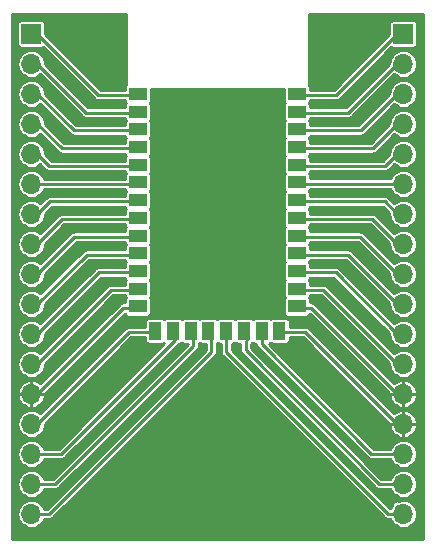
<source format=gbr>
G04 #@! TF.GenerationSoftware,KiCad,Pcbnew,5.1.0*
G04 #@! TF.CreationDate,2019-03-28T19:40:46+01:00*
G04 #@! TF.ProjectId,hc05-bb,68633035-2d62-4622-9e6b-696361645f70,rev?*
G04 #@! TF.SameCoordinates,Original*
G04 #@! TF.FileFunction,Copper,L1,Top*
G04 #@! TF.FilePolarity,Positive*
%FSLAX46Y46*%
G04 Gerber Fmt 4.6, Leading zero omitted, Abs format (unit mm)*
G04 Created by KiCad (PCBNEW 5.1.0) date 2019-03-28 19:40:46*
%MOMM*%
%LPD*%
G04 APERTURE LIST*
%ADD10O,1.700000X1.700000*%
%ADD11R,1.700000X1.700000*%
%ADD12R,1.100000X1.524000*%
%ADD13R,1.524000X1.100000*%
%ADD14C,0.250000*%
%ADD15C,0.254000*%
G04 APERTURE END LIST*
D10*
X53848000Y-106680000D03*
X53848000Y-104140000D03*
X53848000Y-101600000D03*
X53848000Y-99060000D03*
X53848000Y-96520000D03*
X53848000Y-93980000D03*
X53848000Y-91440000D03*
X53848000Y-88900000D03*
X53848000Y-86360000D03*
X53848000Y-83820000D03*
X53848000Y-81280000D03*
X53848000Y-78740000D03*
X53848000Y-76200000D03*
X53848000Y-73660000D03*
X53848000Y-71120000D03*
X53848000Y-68580000D03*
D11*
X53848000Y-66040000D03*
D10*
X22352000Y-106680000D03*
X22352000Y-104140000D03*
X22352000Y-101600000D03*
X22352000Y-99060000D03*
X22352000Y-96520000D03*
X22352000Y-93980000D03*
X22352000Y-91440000D03*
X22352000Y-88900000D03*
X22352000Y-86360000D03*
X22352000Y-83820000D03*
X22352000Y-81280000D03*
X22352000Y-78740000D03*
X22352000Y-76200000D03*
X22352000Y-73660000D03*
X22352000Y-71120000D03*
X22352000Y-68580000D03*
D11*
X22352000Y-66040000D03*
D12*
X43350000Y-91186000D03*
X41850000Y-91186000D03*
X40350000Y-91186000D03*
X38850000Y-91186000D03*
X37350000Y-91186000D03*
X35850000Y-91186000D03*
X34350000Y-91186000D03*
X32850000Y-91186000D03*
D13*
X44831000Y-77120000D03*
X44831000Y-84620000D03*
X44831000Y-83120000D03*
X44831000Y-75620000D03*
X44831000Y-80120000D03*
X44831000Y-81620000D03*
X44831000Y-72620000D03*
X44831000Y-74120000D03*
X44831000Y-71120000D03*
X44831000Y-78620000D03*
X44831000Y-89120000D03*
X44831000Y-86120000D03*
X44831000Y-87620000D03*
X31369000Y-89120000D03*
X31369000Y-86120000D03*
X31369000Y-87620000D03*
X31369000Y-83120000D03*
X31369000Y-84620000D03*
X31369000Y-80120000D03*
X31369000Y-81620000D03*
X31369000Y-77120000D03*
X31369000Y-78620000D03*
X31369000Y-74120000D03*
X31369000Y-75620000D03*
X31369000Y-72620000D03*
X31369000Y-71120000D03*
D14*
X22860000Y-78740000D02*
X30988000Y-78740000D01*
X25831999Y-100660001D02*
X34544000Y-91948000D01*
X22860000Y-104140000D02*
X24384000Y-104140000D01*
X24384000Y-104140000D02*
X36068000Y-92456000D01*
X36068000Y-92456000D02*
X36068000Y-91440000D01*
X48158400Y-71221600D02*
X53340000Y-66040000D01*
X44831000Y-71221600D02*
X48158400Y-71221600D01*
X49198400Y-72721600D02*
X53340000Y-68580000D01*
X44831000Y-72721600D02*
X49198400Y-72721600D01*
X50238400Y-74221600D02*
X53340000Y-71120000D01*
X44831000Y-74221600D02*
X50238400Y-74221600D01*
X51278400Y-75721600D02*
X53340000Y-73660000D01*
X44831000Y-75721600D02*
X51278400Y-75721600D01*
X52318400Y-77221600D02*
X53340000Y-76200000D01*
X44831000Y-77221600D02*
X52318400Y-77221600D01*
X53321600Y-78721600D02*
X53340000Y-78740000D01*
X44831000Y-78721600D02*
X53321600Y-78721600D01*
X52281600Y-80221600D02*
X53340000Y-81280000D01*
X44831000Y-80221600D02*
X52281600Y-80221600D01*
X51241600Y-81721600D02*
X53340000Y-83820000D01*
X44831000Y-81721600D02*
X51241600Y-81721600D01*
X50201600Y-83221600D02*
X53340000Y-86360000D01*
X44831000Y-83221600D02*
X50201600Y-83221600D01*
X49161600Y-84721600D02*
X53340000Y-88900000D01*
X44831000Y-84721600D02*
X49161600Y-84721600D01*
X48121600Y-86221600D02*
X53340000Y-91440000D01*
X44831000Y-86221600D02*
X48121600Y-86221600D01*
X47081600Y-87721600D02*
X53340000Y-93980000D01*
X44831000Y-87721600D02*
X47081600Y-87721600D01*
X46041600Y-89221600D02*
X53340000Y-96520000D01*
X44831000Y-89221600D02*
X46041600Y-89221600D01*
X52010640Y-101600000D02*
X53340000Y-101600000D01*
X51150400Y-101600000D02*
X52010640Y-101600000D01*
X41850000Y-92299600D02*
X51150400Y-101600000D01*
X41850000Y-91287600D02*
X41850000Y-92299600D01*
X52990400Y-104140000D02*
X53340000Y-104140000D01*
X40350000Y-91287600D02*
X40350000Y-91499600D01*
X53340000Y-105989600D02*
X53340000Y-106680000D01*
X38850000Y-91287600D02*
X38850000Y-91499600D01*
X40506400Y-92456000D02*
X40506400Y-92830400D01*
X51816000Y-104140000D02*
X53340000Y-104140000D01*
X40506400Y-92830400D02*
X51816000Y-104140000D01*
X40506400Y-92456000D02*
X40506400Y-92081600D01*
X40506400Y-92081600D02*
X40640000Y-91948000D01*
X37592000Y-92964000D02*
X37592000Y-91440000D01*
X24815999Y-105740001D02*
X37592000Y-92964000D01*
D15*
X25831999Y-100660001D02*
X24892000Y-101600000D01*
X24892000Y-101600000D02*
X22860000Y-101600000D01*
X24815999Y-105740001D02*
X23876000Y-106680000D01*
X23876000Y-106680000D02*
X22860000Y-106680000D01*
X52578000Y-106680000D02*
X53340000Y-106680000D01*
X38850000Y-91287600D02*
X38850000Y-92952000D01*
X38850000Y-92952000D02*
X52578000Y-106680000D01*
X23881600Y-77221600D02*
X22860000Y-76200000D01*
X31369000Y-77221600D02*
X23881600Y-77221600D01*
X24921600Y-75721600D02*
X22860000Y-73660000D01*
X31369000Y-75721600D02*
X24921600Y-75721600D01*
X25961600Y-74221600D02*
X22860000Y-71120000D01*
X31369000Y-74221600D02*
X25961600Y-74221600D01*
X27001600Y-72721600D02*
X22860000Y-68580000D01*
X31369000Y-72721600D02*
X27001600Y-72721600D01*
X28041600Y-71221600D02*
X22860000Y-66040000D01*
X31369000Y-71221600D02*
X28041600Y-71221600D01*
X23918400Y-80221600D02*
X22860000Y-81280000D01*
X31369000Y-80221600D02*
X23918400Y-80221600D01*
X24958400Y-81721600D02*
X22860000Y-83820000D01*
X31369000Y-81721600D02*
X24958400Y-81721600D01*
X25998400Y-83221600D02*
X22860000Y-86360000D01*
X31369000Y-83221600D02*
X25998400Y-83221600D01*
X27038400Y-84721600D02*
X22860000Y-88900000D01*
X31369000Y-84721600D02*
X27038400Y-84721600D01*
X28078400Y-86221600D02*
X22860000Y-91440000D01*
X31369000Y-86221600D02*
X28078400Y-86221600D01*
X29118400Y-87721600D02*
X22860000Y-93980000D01*
X31369000Y-87721600D02*
X29118400Y-87721600D01*
X30158400Y-89221600D02*
X22860000Y-96520000D01*
X31369000Y-89221600D02*
X30158400Y-89221600D01*
X30632400Y-91287600D02*
X22860000Y-99060000D01*
X32850000Y-91287600D02*
X30632400Y-91287600D01*
X45567600Y-91287600D02*
X53340000Y-99060000D01*
X43350000Y-91287600D02*
X45567600Y-91287600D01*
X22352000Y-96520000D02*
X21149919Y-96520000D01*
X22352000Y-96520000D02*
X22352000Y-95377000D01*
X22352000Y-96520000D02*
X23554081Y-96520000D01*
X22352000Y-96520000D02*
X22352000Y-97663000D01*
X53848000Y-99060000D02*
X53848000Y-97917000D01*
X53848000Y-99060000D02*
X54991000Y-99060000D01*
X53848000Y-99060000D02*
X53848000Y-100203000D01*
X53848000Y-99060000D02*
X52705000Y-99060000D01*
X53848000Y-96520000D02*
X53848000Y-97663000D01*
X53848000Y-96520000D02*
X54991000Y-96520000D01*
X53848000Y-96520000D02*
X52705000Y-96520000D01*
X53848000Y-96520000D02*
X53848000Y-95377000D01*
G36*
X30353000Y-70364047D02*
G01*
X30333794Y-70387450D01*
X30303430Y-70444257D01*
X30284732Y-70505897D01*
X30278418Y-70570000D01*
X30278418Y-70767600D01*
X28229653Y-70767600D01*
X23530582Y-66068530D01*
X23530582Y-65190000D01*
X23524268Y-65125897D01*
X23505570Y-65064257D01*
X23475206Y-65007450D01*
X23434343Y-64957657D01*
X23384550Y-64916794D01*
X23327743Y-64886430D01*
X23266103Y-64867732D01*
X23202000Y-64861418D01*
X21502000Y-64861418D01*
X21437897Y-64867732D01*
X21376257Y-64886430D01*
X21319450Y-64916794D01*
X21269657Y-64957657D01*
X21228794Y-65007450D01*
X21198430Y-65064257D01*
X21179732Y-65125897D01*
X21173418Y-65190000D01*
X21173418Y-66890000D01*
X21179732Y-66954103D01*
X21198430Y-67015743D01*
X21228794Y-67072550D01*
X21269657Y-67122343D01*
X21319450Y-67163206D01*
X21376257Y-67193570D01*
X21437897Y-67212268D01*
X21502000Y-67218582D01*
X23202000Y-67218582D01*
X23266103Y-67212268D01*
X23327743Y-67193570D01*
X23356270Y-67178322D01*
X27704810Y-71526863D01*
X27719021Y-71544179D01*
X27788151Y-71600913D01*
X27863549Y-71641214D01*
X27867021Y-71643070D01*
X27952600Y-71669030D01*
X27961021Y-71669859D01*
X28019305Y-71675600D01*
X28019312Y-71675600D01*
X28041600Y-71677795D01*
X28063888Y-71675600D01*
X30278970Y-71675600D01*
X30284732Y-71734103D01*
X30303430Y-71795743D01*
X30333794Y-71852550D01*
X30348114Y-71870000D01*
X30333794Y-71887450D01*
X30303430Y-71944257D01*
X30284732Y-72005897D01*
X30278418Y-72070000D01*
X30278418Y-72267600D01*
X27189653Y-72267600D01*
X23531767Y-68609715D01*
X23534694Y-68580000D01*
X23511969Y-68349268D01*
X23444667Y-68127403D01*
X23335374Y-67922930D01*
X23188291Y-67743709D01*
X23009070Y-67596626D01*
X22804597Y-67487333D01*
X22582732Y-67420031D01*
X22409812Y-67403000D01*
X22294188Y-67403000D01*
X22121268Y-67420031D01*
X21899403Y-67487333D01*
X21694930Y-67596626D01*
X21515709Y-67743709D01*
X21368626Y-67922930D01*
X21259333Y-68127403D01*
X21192031Y-68349268D01*
X21169306Y-68580000D01*
X21192031Y-68810732D01*
X21259333Y-69032597D01*
X21368626Y-69237070D01*
X21515709Y-69416291D01*
X21694930Y-69563374D01*
X21899403Y-69672667D01*
X22121268Y-69739969D01*
X22294188Y-69757000D01*
X22409812Y-69757000D01*
X22582732Y-69739969D01*
X22804597Y-69672667D01*
X23009070Y-69563374D01*
X23114663Y-69476716D01*
X26664810Y-73026863D01*
X26679021Y-73044179D01*
X26748151Y-73100913D01*
X26823549Y-73141214D01*
X26827021Y-73143070D01*
X26912600Y-73169030D01*
X26921021Y-73169859D01*
X26979305Y-73175600D01*
X26979312Y-73175600D01*
X27001600Y-73177795D01*
X27023888Y-73175600D01*
X30278970Y-73175600D01*
X30284732Y-73234103D01*
X30303430Y-73295743D01*
X30333794Y-73352550D01*
X30348114Y-73370000D01*
X30333794Y-73387450D01*
X30303430Y-73444257D01*
X30284732Y-73505897D01*
X30278418Y-73570000D01*
X30278418Y-73767600D01*
X26149653Y-73767600D01*
X23531767Y-71149715D01*
X23534694Y-71120000D01*
X23511969Y-70889268D01*
X23444667Y-70667403D01*
X23335374Y-70462930D01*
X23188291Y-70283709D01*
X23009070Y-70136626D01*
X22804597Y-70027333D01*
X22582732Y-69960031D01*
X22409812Y-69943000D01*
X22294188Y-69943000D01*
X22121268Y-69960031D01*
X21899403Y-70027333D01*
X21694930Y-70136626D01*
X21515709Y-70283709D01*
X21368626Y-70462930D01*
X21259333Y-70667403D01*
X21192031Y-70889268D01*
X21169306Y-71120000D01*
X21192031Y-71350732D01*
X21259333Y-71572597D01*
X21368626Y-71777070D01*
X21515709Y-71956291D01*
X21694930Y-72103374D01*
X21899403Y-72212667D01*
X22121268Y-72279969D01*
X22294188Y-72297000D01*
X22409812Y-72297000D01*
X22582732Y-72279969D01*
X22804597Y-72212667D01*
X23009070Y-72103374D01*
X23114663Y-72016716D01*
X25624810Y-74526863D01*
X25639021Y-74544179D01*
X25708151Y-74600913D01*
X25783549Y-74641214D01*
X25787021Y-74643070D01*
X25872600Y-74669030D01*
X25881021Y-74669859D01*
X25939305Y-74675600D01*
X25939312Y-74675600D01*
X25961600Y-74677795D01*
X25983888Y-74675600D01*
X30278970Y-74675600D01*
X30284732Y-74734103D01*
X30303430Y-74795743D01*
X30333794Y-74852550D01*
X30348114Y-74870000D01*
X30333794Y-74887450D01*
X30303430Y-74944257D01*
X30284732Y-75005897D01*
X30278418Y-75070000D01*
X30278418Y-75267600D01*
X25109653Y-75267600D01*
X23531767Y-73689715D01*
X23534694Y-73660000D01*
X23511969Y-73429268D01*
X23444667Y-73207403D01*
X23335374Y-73002930D01*
X23188291Y-72823709D01*
X23009070Y-72676626D01*
X22804597Y-72567333D01*
X22582732Y-72500031D01*
X22409812Y-72483000D01*
X22294188Y-72483000D01*
X22121268Y-72500031D01*
X21899403Y-72567333D01*
X21694930Y-72676626D01*
X21515709Y-72823709D01*
X21368626Y-73002930D01*
X21259333Y-73207403D01*
X21192031Y-73429268D01*
X21169306Y-73660000D01*
X21192031Y-73890732D01*
X21259333Y-74112597D01*
X21368626Y-74317070D01*
X21515709Y-74496291D01*
X21694930Y-74643374D01*
X21899403Y-74752667D01*
X22121268Y-74819969D01*
X22294188Y-74837000D01*
X22409812Y-74837000D01*
X22582732Y-74819969D01*
X22804597Y-74752667D01*
X23009070Y-74643374D01*
X23114663Y-74556716D01*
X24584810Y-76026863D01*
X24599021Y-76044179D01*
X24668151Y-76100913D01*
X24743549Y-76141214D01*
X24747021Y-76143070D01*
X24832600Y-76169030D01*
X24841021Y-76169859D01*
X24899305Y-76175600D01*
X24899312Y-76175600D01*
X24921600Y-76177795D01*
X24943888Y-76175600D01*
X30278970Y-76175600D01*
X30284732Y-76234103D01*
X30303430Y-76295743D01*
X30333794Y-76352550D01*
X30348114Y-76370000D01*
X30333794Y-76387450D01*
X30303430Y-76444257D01*
X30284732Y-76505897D01*
X30278418Y-76570000D01*
X30278418Y-76767600D01*
X24069653Y-76767600D01*
X23531767Y-76229715D01*
X23534694Y-76200000D01*
X23511969Y-75969268D01*
X23444667Y-75747403D01*
X23335374Y-75542930D01*
X23188291Y-75363709D01*
X23009070Y-75216626D01*
X22804597Y-75107333D01*
X22582732Y-75040031D01*
X22409812Y-75023000D01*
X22294188Y-75023000D01*
X22121268Y-75040031D01*
X21899403Y-75107333D01*
X21694930Y-75216626D01*
X21515709Y-75363709D01*
X21368626Y-75542930D01*
X21259333Y-75747403D01*
X21192031Y-75969268D01*
X21169306Y-76200000D01*
X21192031Y-76430732D01*
X21259333Y-76652597D01*
X21368626Y-76857070D01*
X21515709Y-77036291D01*
X21694930Y-77183374D01*
X21899403Y-77292667D01*
X22121268Y-77359969D01*
X22294188Y-77377000D01*
X22409812Y-77377000D01*
X22582732Y-77359969D01*
X22804597Y-77292667D01*
X23009070Y-77183374D01*
X23114663Y-77096716D01*
X23544810Y-77526863D01*
X23559021Y-77544179D01*
X23628151Y-77600913D01*
X23707021Y-77643070D01*
X23792601Y-77669030D01*
X23859305Y-77675600D01*
X23859312Y-77675600D01*
X23881600Y-77677795D01*
X23903888Y-77675600D01*
X30278970Y-77675600D01*
X30284732Y-77734103D01*
X30303430Y-77795743D01*
X30333794Y-77852550D01*
X30348114Y-77870000D01*
X30333794Y-77887450D01*
X30303430Y-77944257D01*
X30284732Y-78005897D01*
X30278418Y-78070000D01*
X30278418Y-78288000D01*
X23444848Y-78288000D01*
X23444667Y-78287403D01*
X23335374Y-78082930D01*
X23188291Y-77903709D01*
X23009070Y-77756626D01*
X22804597Y-77647333D01*
X22582732Y-77580031D01*
X22409812Y-77563000D01*
X22294188Y-77563000D01*
X22121268Y-77580031D01*
X21899403Y-77647333D01*
X21694930Y-77756626D01*
X21515709Y-77903709D01*
X21368626Y-78082930D01*
X21259333Y-78287403D01*
X21192031Y-78509268D01*
X21169306Y-78740000D01*
X21192031Y-78970732D01*
X21259333Y-79192597D01*
X21368626Y-79397070D01*
X21515709Y-79576291D01*
X21694930Y-79723374D01*
X21899403Y-79832667D01*
X22121268Y-79899969D01*
X22294188Y-79917000D01*
X22409812Y-79917000D01*
X22582732Y-79899969D01*
X22804597Y-79832667D01*
X23009070Y-79723374D01*
X23188291Y-79576291D01*
X23335374Y-79397070D01*
X23444667Y-79192597D01*
X23444848Y-79192000D01*
X30280585Y-79192000D01*
X30284732Y-79234103D01*
X30303430Y-79295743D01*
X30333794Y-79352550D01*
X30348114Y-79370000D01*
X30333794Y-79387450D01*
X30303430Y-79444257D01*
X30284732Y-79505897D01*
X30278418Y-79570000D01*
X30278418Y-79767600D01*
X23940688Y-79767600D01*
X23918400Y-79765405D01*
X23896112Y-79767600D01*
X23896105Y-79767600D01*
X23837821Y-79773341D01*
X23829400Y-79774170D01*
X23743821Y-79800130D01*
X23664951Y-79842287D01*
X23595821Y-79899021D01*
X23581610Y-79916337D01*
X23114663Y-80383284D01*
X23009070Y-80296626D01*
X22804597Y-80187333D01*
X22582732Y-80120031D01*
X22409812Y-80103000D01*
X22294188Y-80103000D01*
X22121268Y-80120031D01*
X21899403Y-80187333D01*
X21694930Y-80296626D01*
X21515709Y-80443709D01*
X21368626Y-80622930D01*
X21259333Y-80827403D01*
X21192031Y-81049268D01*
X21169306Y-81280000D01*
X21192031Y-81510732D01*
X21259333Y-81732597D01*
X21368626Y-81937070D01*
X21515709Y-82116291D01*
X21694930Y-82263374D01*
X21899403Y-82372667D01*
X22121268Y-82439969D01*
X22294188Y-82457000D01*
X22409812Y-82457000D01*
X22582732Y-82439969D01*
X22804597Y-82372667D01*
X23009070Y-82263374D01*
X23188291Y-82116291D01*
X23335374Y-81937070D01*
X23444667Y-81732597D01*
X23511969Y-81510732D01*
X23534694Y-81280000D01*
X23531767Y-81250285D01*
X24106453Y-80675600D01*
X30278970Y-80675600D01*
X30284732Y-80734103D01*
X30303430Y-80795743D01*
X30333794Y-80852550D01*
X30348114Y-80870000D01*
X30333794Y-80887450D01*
X30303430Y-80944257D01*
X30284732Y-81005897D01*
X30278418Y-81070000D01*
X30278418Y-81267600D01*
X24980688Y-81267600D01*
X24958400Y-81265405D01*
X24936112Y-81267600D01*
X24936105Y-81267600D01*
X24877821Y-81273341D01*
X24869400Y-81274170D01*
X24783821Y-81300130D01*
X24704951Y-81342287D01*
X24635821Y-81399021D01*
X24621610Y-81416337D01*
X23114663Y-82923284D01*
X23009070Y-82836626D01*
X22804597Y-82727333D01*
X22582732Y-82660031D01*
X22409812Y-82643000D01*
X22294188Y-82643000D01*
X22121268Y-82660031D01*
X21899403Y-82727333D01*
X21694930Y-82836626D01*
X21515709Y-82983709D01*
X21368626Y-83162930D01*
X21259333Y-83367403D01*
X21192031Y-83589268D01*
X21169306Y-83820000D01*
X21192031Y-84050732D01*
X21259333Y-84272597D01*
X21368626Y-84477070D01*
X21515709Y-84656291D01*
X21694930Y-84803374D01*
X21899403Y-84912667D01*
X22121268Y-84979969D01*
X22294188Y-84997000D01*
X22409812Y-84997000D01*
X22582732Y-84979969D01*
X22804597Y-84912667D01*
X23009070Y-84803374D01*
X23188291Y-84656291D01*
X23335374Y-84477070D01*
X23444667Y-84272597D01*
X23511969Y-84050732D01*
X23534694Y-83820000D01*
X23531767Y-83790285D01*
X25146453Y-82175600D01*
X30278970Y-82175600D01*
X30284732Y-82234103D01*
X30303430Y-82295743D01*
X30333794Y-82352550D01*
X30348114Y-82370000D01*
X30333794Y-82387450D01*
X30303430Y-82444257D01*
X30284732Y-82505897D01*
X30278418Y-82570000D01*
X30278418Y-82767600D01*
X26020688Y-82767600D01*
X25998400Y-82765405D01*
X25976112Y-82767600D01*
X25976105Y-82767600D01*
X25917821Y-82773341D01*
X25909400Y-82774170D01*
X25823821Y-82800130D01*
X25744951Y-82842287D01*
X25675821Y-82899021D01*
X25661610Y-82916337D01*
X23114663Y-85463284D01*
X23009070Y-85376626D01*
X22804597Y-85267333D01*
X22582732Y-85200031D01*
X22409812Y-85183000D01*
X22294188Y-85183000D01*
X22121268Y-85200031D01*
X21899403Y-85267333D01*
X21694930Y-85376626D01*
X21515709Y-85523709D01*
X21368626Y-85702930D01*
X21259333Y-85907403D01*
X21192031Y-86129268D01*
X21169306Y-86360000D01*
X21192031Y-86590732D01*
X21259333Y-86812597D01*
X21368626Y-87017070D01*
X21515709Y-87196291D01*
X21694930Y-87343374D01*
X21899403Y-87452667D01*
X22121268Y-87519969D01*
X22294188Y-87537000D01*
X22409812Y-87537000D01*
X22582732Y-87519969D01*
X22804597Y-87452667D01*
X23009070Y-87343374D01*
X23188291Y-87196291D01*
X23335374Y-87017070D01*
X23444667Y-86812597D01*
X23511969Y-86590732D01*
X23534694Y-86360000D01*
X23531767Y-86330285D01*
X26186453Y-83675600D01*
X30278970Y-83675600D01*
X30284732Y-83734103D01*
X30303430Y-83795743D01*
X30333794Y-83852550D01*
X30348114Y-83870000D01*
X30333794Y-83887450D01*
X30303430Y-83944257D01*
X30284732Y-84005897D01*
X30278418Y-84070000D01*
X30278418Y-84267600D01*
X27060688Y-84267600D01*
X27038400Y-84265405D01*
X27016112Y-84267600D01*
X27016105Y-84267600D01*
X26957821Y-84273341D01*
X26949400Y-84274170D01*
X26863821Y-84300130D01*
X26784951Y-84342287D01*
X26715821Y-84399021D01*
X26701610Y-84416337D01*
X23114663Y-88003284D01*
X23009070Y-87916626D01*
X22804597Y-87807333D01*
X22582732Y-87740031D01*
X22409812Y-87723000D01*
X22294188Y-87723000D01*
X22121268Y-87740031D01*
X21899403Y-87807333D01*
X21694930Y-87916626D01*
X21515709Y-88063709D01*
X21368626Y-88242930D01*
X21259333Y-88447403D01*
X21192031Y-88669268D01*
X21169306Y-88900000D01*
X21192031Y-89130732D01*
X21259333Y-89352597D01*
X21368626Y-89557070D01*
X21515709Y-89736291D01*
X21694930Y-89883374D01*
X21899403Y-89992667D01*
X22121268Y-90059969D01*
X22294188Y-90077000D01*
X22409812Y-90077000D01*
X22582732Y-90059969D01*
X22804597Y-89992667D01*
X23009070Y-89883374D01*
X23188291Y-89736291D01*
X23335374Y-89557070D01*
X23444667Y-89352597D01*
X23511969Y-89130732D01*
X23534694Y-88900000D01*
X23531767Y-88870285D01*
X27226453Y-85175600D01*
X30278970Y-85175600D01*
X30284732Y-85234103D01*
X30303430Y-85295743D01*
X30333794Y-85352550D01*
X30348114Y-85370000D01*
X30333794Y-85387450D01*
X30303430Y-85444257D01*
X30284732Y-85505897D01*
X30278418Y-85570000D01*
X30278418Y-85767600D01*
X28100687Y-85767600D01*
X28078399Y-85765405D01*
X28056111Y-85767600D01*
X28056105Y-85767600D01*
X27998701Y-85773254D01*
X27989400Y-85774170D01*
X27903821Y-85800130D01*
X27824951Y-85842287D01*
X27755821Y-85899021D01*
X27741610Y-85916337D01*
X23114663Y-90543284D01*
X23009070Y-90456626D01*
X22804597Y-90347333D01*
X22582732Y-90280031D01*
X22409812Y-90263000D01*
X22294188Y-90263000D01*
X22121268Y-90280031D01*
X21899403Y-90347333D01*
X21694930Y-90456626D01*
X21515709Y-90603709D01*
X21368626Y-90782930D01*
X21259333Y-90987403D01*
X21192031Y-91209268D01*
X21169306Y-91440000D01*
X21192031Y-91670732D01*
X21259333Y-91892597D01*
X21368626Y-92097070D01*
X21515709Y-92276291D01*
X21694930Y-92423374D01*
X21899403Y-92532667D01*
X22121268Y-92599969D01*
X22294188Y-92617000D01*
X22409812Y-92617000D01*
X22582732Y-92599969D01*
X22804597Y-92532667D01*
X23009070Y-92423374D01*
X23188291Y-92276291D01*
X23335374Y-92097070D01*
X23444667Y-91892597D01*
X23511969Y-91670732D01*
X23534694Y-91440000D01*
X23531767Y-91410285D01*
X28266453Y-86675600D01*
X30278970Y-86675600D01*
X30284732Y-86734103D01*
X30303430Y-86795743D01*
X30333794Y-86852550D01*
X30348114Y-86870000D01*
X30333794Y-86887450D01*
X30303430Y-86944257D01*
X30284732Y-87005897D01*
X30278418Y-87070000D01*
X30278418Y-87267600D01*
X29140687Y-87267600D01*
X29118399Y-87265405D01*
X29096111Y-87267600D01*
X29096105Y-87267600D01*
X29038701Y-87273254D01*
X29029400Y-87274170D01*
X28943821Y-87300130D01*
X28864951Y-87342287D01*
X28795821Y-87399021D01*
X28781610Y-87416337D01*
X23114663Y-93083284D01*
X23009070Y-92996626D01*
X22804597Y-92887333D01*
X22582732Y-92820031D01*
X22409812Y-92803000D01*
X22294188Y-92803000D01*
X22121268Y-92820031D01*
X21899403Y-92887333D01*
X21694930Y-92996626D01*
X21515709Y-93143709D01*
X21368626Y-93322930D01*
X21259333Y-93527403D01*
X21192031Y-93749268D01*
X21169306Y-93980000D01*
X21192031Y-94210732D01*
X21259333Y-94432597D01*
X21368626Y-94637070D01*
X21515709Y-94816291D01*
X21694930Y-94963374D01*
X21899403Y-95072667D01*
X22121268Y-95139969D01*
X22294188Y-95157000D01*
X22409812Y-95157000D01*
X22582732Y-95139969D01*
X22804597Y-95072667D01*
X23009070Y-94963374D01*
X23188291Y-94816291D01*
X23335374Y-94637070D01*
X23444667Y-94432597D01*
X23511969Y-94210732D01*
X23534694Y-93980000D01*
X23531767Y-93950285D01*
X29306453Y-88175600D01*
X30278970Y-88175600D01*
X30284732Y-88234103D01*
X30303430Y-88295743D01*
X30333794Y-88352550D01*
X30348114Y-88370000D01*
X30333794Y-88387450D01*
X30303430Y-88444257D01*
X30284732Y-88505897D01*
X30278418Y-88570000D01*
X30278418Y-88767600D01*
X30180687Y-88767600D01*
X30158399Y-88765405D01*
X30136111Y-88767600D01*
X30136105Y-88767600D01*
X30078701Y-88773254D01*
X30069400Y-88774170D01*
X29983821Y-88800130D01*
X29904951Y-88842287D01*
X29835821Y-88899021D01*
X29821610Y-88916337D01*
X23114663Y-95623284D01*
X23009070Y-95536626D01*
X22804597Y-95427333D01*
X22582732Y-95360031D01*
X22409812Y-95343000D01*
X22294188Y-95343000D01*
X22121268Y-95360031D01*
X21899403Y-95427333D01*
X21694930Y-95536626D01*
X21515709Y-95683709D01*
X21368626Y-95862930D01*
X21259333Y-96067403D01*
X21192031Y-96289268D01*
X21169306Y-96520000D01*
X21192031Y-96750732D01*
X21259333Y-96972597D01*
X21368626Y-97177070D01*
X21515709Y-97356291D01*
X21694930Y-97503374D01*
X21899403Y-97612667D01*
X22121268Y-97679969D01*
X22294188Y-97697000D01*
X22409812Y-97697000D01*
X22582732Y-97679969D01*
X22804597Y-97612667D01*
X23009070Y-97503374D01*
X23188291Y-97356291D01*
X23335374Y-97177070D01*
X23444667Y-96972597D01*
X23511969Y-96750732D01*
X23534694Y-96520000D01*
X23531767Y-96490285D01*
X30285481Y-89736572D01*
X30303430Y-89795743D01*
X30333794Y-89852550D01*
X30374657Y-89902343D01*
X30424450Y-89943206D01*
X30481257Y-89973570D01*
X30542897Y-89992268D01*
X30607000Y-89998582D01*
X32131000Y-89998582D01*
X32195103Y-89992268D01*
X32256743Y-89973570D01*
X32313550Y-89943206D01*
X32363343Y-89902343D01*
X32404206Y-89852550D01*
X32434570Y-89795743D01*
X32453268Y-89734103D01*
X32459582Y-89670000D01*
X32459582Y-88570000D01*
X32453268Y-88505897D01*
X32434570Y-88444257D01*
X32404206Y-88387450D01*
X32389886Y-88370000D01*
X32404206Y-88352550D01*
X32434570Y-88295743D01*
X32453268Y-88234103D01*
X32459582Y-88170000D01*
X32459582Y-87070000D01*
X32453268Y-87005897D01*
X32434570Y-86944257D01*
X32404206Y-86887450D01*
X32389886Y-86870000D01*
X32404206Y-86852550D01*
X32434570Y-86795743D01*
X32453268Y-86734103D01*
X32459582Y-86670000D01*
X32459582Y-85570000D01*
X32453268Y-85505897D01*
X32434570Y-85444257D01*
X32404206Y-85387450D01*
X32389886Y-85370000D01*
X32404206Y-85352550D01*
X32434570Y-85295743D01*
X32453268Y-85234103D01*
X32459582Y-85170000D01*
X32459582Y-84070000D01*
X32453268Y-84005897D01*
X32434570Y-83944257D01*
X32404206Y-83887450D01*
X32389886Y-83870000D01*
X32404206Y-83852550D01*
X32434570Y-83795743D01*
X32453268Y-83734103D01*
X32459582Y-83670000D01*
X32459582Y-82570000D01*
X32453268Y-82505897D01*
X32434570Y-82444257D01*
X32404206Y-82387450D01*
X32389886Y-82370000D01*
X32404206Y-82352550D01*
X32434570Y-82295743D01*
X32453268Y-82234103D01*
X32459582Y-82170000D01*
X32459582Y-81070000D01*
X32453268Y-81005897D01*
X32434570Y-80944257D01*
X32404206Y-80887450D01*
X32389886Y-80870000D01*
X32404206Y-80852550D01*
X32434570Y-80795743D01*
X32453268Y-80734103D01*
X32459582Y-80670000D01*
X32459582Y-79570000D01*
X32453268Y-79505897D01*
X32434570Y-79444257D01*
X32404206Y-79387450D01*
X32389886Y-79370000D01*
X32404206Y-79352550D01*
X32434570Y-79295743D01*
X32453268Y-79234103D01*
X32459582Y-79170000D01*
X32459582Y-78070000D01*
X32453268Y-78005897D01*
X32434570Y-77944257D01*
X32404206Y-77887450D01*
X32389886Y-77870000D01*
X32404206Y-77852550D01*
X32434570Y-77795743D01*
X32453268Y-77734103D01*
X32459582Y-77670000D01*
X32459582Y-76570000D01*
X32453268Y-76505897D01*
X32434570Y-76444257D01*
X32404206Y-76387450D01*
X32389886Y-76370000D01*
X32404206Y-76352550D01*
X32434570Y-76295743D01*
X32453268Y-76234103D01*
X32459582Y-76170000D01*
X32459582Y-75070000D01*
X32453268Y-75005897D01*
X32434570Y-74944257D01*
X32404206Y-74887450D01*
X32389886Y-74870000D01*
X32404206Y-74852550D01*
X32434570Y-74795743D01*
X32453268Y-74734103D01*
X32459582Y-74670000D01*
X32459582Y-73570000D01*
X32453268Y-73505897D01*
X32434570Y-73444257D01*
X32404206Y-73387450D01*
X32389886Y-73370000D01*
X32404206Y-73352550D01*
X32434570Y-73295743D01*
X32453268Y-73234103D01*
X32459582Y-73170000D01*
X32459582Y-72070000D01*
X32453268Y-72005897D01*
X32434570Y-71944257D01*
X32404206Y-71887450D01*
X32389886Y-71870000D01*
X32404206Y-71852550D01*
X32434570Y-71795743D01*
X32453268Y-71734103D01*
X32459582Y-71670000D01*
X32459582Y-70739000D01*
X43740418Y-70739000D01*
X43740418Y-71670000D01*
X43746732Y-71734103D01*
X43765430Y-71795743D01*
X43795794Y-71852550D01*
X43810114Y-71870000D01*
X43795794Y-71887450D01*
X43765430Y-71944257D01*
X43746732Y-72005897D01*
X43740418Y-72070000D01*
X43740418Y-73170000D01*
X43746732Y-73234103D01*
X43765430Y-73295743D01*
X43795794Y-73352550D01*
X43810114Y-73370000D01*
X43795794Y-73387450D01*
X43765430Y-73444257D01*
X43746732Y-73505897D01*
X43740418Y-73570000D01*
X43740418Y-74670000D01*
X43746732Y-74734103D01*
X43765430Y-74795743D01*
X43795794Y-74852550D01*
X43810114Y-74870000D01*
X43795794Y-74887450D01*
X43765430Y-74944257D01*
X43746732Y-75005897D01*
X43740418Y-75070000D01*
X43740418Y-76170000D01*
X43746732Y-76234103D01*
X43765430Y-76295743D01*
X43795794Y-76352550D01*
X43810114Y-76370000D01*
X43795794Y-76387450D01*
X43765430Y-76444257D01*
X43746732Y-76505897D01*
X43740418Y-76570000D01*
X43740418Y-77670000D01*
X43746732Y-77734103D01*
X43765430Y-77795743D01*
X43795794Y-77852550D01*
X43810114Y-77870000D01*
X43795794Y-77887450D01*
X43765430Y-77944257D01*
X43746732Y-78005897D01*
X43740418Y-78070000D01*
X43740418Y-79170000D01*
X43746732Y-79234103D01*
X43765430Y-79295743D01*
X43795794Y-79352550D01*
X43810114Y-79370000D01*
X43795794Y-79387450D01*
X43765430Y-79444257D01*
X43746732Y-79505897D01*
X43740418Y-79570000D01*
X43740418Y-80670000D01*
X43746732Y-80734103D01*
X43765430Y-80795743D01*
X43795794Y-80852550D01*
X43810114Y-80870000D01*
X43795794Y-80887450D01*
X43765430Y-80944257D01*
X43746732Y-81005897D01*
X43740418Y-81070000D01*
X43740418Y-82170000D01*
X43746732Y-82234103D01*
X43765430Y-82295743D01*
X43795794Y-82352550D01*
X43810114Y-82370000D01*
X43795794Y-82387450D01*
X43765430Y-82444257D01*
X43746732Y-82505897D01*
X43740418Y-82570000D01*
X43740418Y-83670000D01*
X43746732Y-83734103D01*
X43765430Y-83795743D01*
X43795794Y-83852550D01*
X43810114Y-83870000D01*
X43795794Y-83887450D01*
X43765430Y-83944257D01*
X43746732Y-84005897D01*
X43740418Y-84070000D01*
X43740418Y-85170000D01*
X43746732Y-85234103D01*
X43765430Y-85295743D01*
X43795794Y-85352550D01*
X43810114Y-85370000D01*
X43795794Y-85387450D01*
X43765430Y-85444257D01*
X43746732Y-85505897D01*
X43740418Y-85570000D01*
X43740418Y-86670000D01*
X43746732Y-86734103D01*
X43765430Y-86795743D01*
X43795794Y-86852550D01*
X43810114Y-86870000D01*
X43795794Y-86887450D01*
X43765430Y-86944257D01*
X43746732Y-87005897D01*
X43740418Y-87070000D01*
X43740418Y-88170000D01*
X43746732Y-88234103D01*
X43765430Y-88295743D01*
X43795794Y-88352550D01*
X43810114Y-88370000D01*
X43795794Y-88387450D01*
X43765430Y-88444257D01*
X43746732Y-88505897D01*
X43740418Y-88570000D01*
X43740418Y-89670000D01*
X43746732Y-89734103D01*
X43765430Y-89795743D01*
X43795794Y-89852550D01*
X43836657Y-89902343D01*
X43886450Y-89943206D01*
X43943257Y-89973570D01*
X44004897Y-89992268D01*
X44069000Y-89998582D01*
X45593000Y-89998582D01*
X45657103Y-89992268D01*
X45718743Y-89973570D01*
X45775550Y-89943206D01*
X45825343Y-89902343D01*
X45866206Y-89852550D01*
X45896570Y-89795743D01*
X45915178Y-89734401D01*
X52668486Y-96487711D01*
X52665306Y-96520000D01*
X52688031Y-96750732D01*
X52755333Y-96972597D01*
X52864626Y-97177070D01*
X53011709Y-97356291D01*
X53190930Y-97503374D01*
X53395403Y-97612667D01*
X53617268Y-97679969D01*
X53790188Y-97697000D01*
X53905812Y-97697000D01*
X54078732Y-97679969D01*
X54300597Y-97612667D01*
X54505070Y-97503374D01*
X54684291Y-97356291D01*
X54831374Y-97177070D01*
X54940667Y-96972597D01*
X55007969Y-96750732D01*
X55030694Y-96520000D01*
X55007969Y-96289268D01*
X54940667Y-96067403D01*
X54831374Y-95862930D01*
X54684291Y-95683709D01*
X54505070Y-95536626D01*
X54300597Y-95427333D01*
X54078732Y-95360031D01*
X53905812Y-95343000D01*
X53790188Y-95343000D01*
X53617268Y-95360031D01*
X53395403Y-95427333D01*
X53190930Y-95536626D01*
X53083784Y-95624559D01*
X46376923Y-88917700D01*
X46362759Y-88900441D01*
X46293933Y-88843957D01*
X46215410Y-88801986D01*
X46130207Y-88776140D01*
X46063805Y-88769600D01*
X46041600Y-88767413D01*
X46019395Y-88769600D01*
X45921582Y-88769600D01*
X45921582Y-88570000D01*
X45915268Y-88505897D01*
X45896570Y-88444257D01*
X45866206Y-88387450D01*
X45851886Y-88370000D01*
X45866206Y-88352550D01*
X45896570Y-88295743D01*
X45915268Y-88234103D01*
X45921227Y-88173600D01*
X46894377Y-88173600D01*
X52668486Y-93947711D01*
X52665306Y-93980000D01*
X52688031Y-94210732D01*
X52755333Y-94432597D01*
X52864626Y-94637070D01*
X53011709Y-94816291D01*
X53190930Y-94963374D01*
X53395403Y-95072667D01*
X53617268Y-95139969D01*
X53790188Y-95157000D01*
X53905812Y-95157000D01*
X54078732Y-95139969D01*
X54300597Y-95072667D01*
X54505070Y-94963374D01*
X54684291Y-94816291D01*
X54831374Y-94637070D01*
X54940667Y-94432597D01*
X55007969Y-94210732D01*
X55030694Y-93980000D01*
X55007969Y-93749268D01*
X54940667Y-93527403D01*
X54831374Y-93322930D01*
X54684291Y-93143709D01*
X54505070Y-92996626D01*
X54300597Y-92887333D01*
X54078732Y-92820031D01*
X53905812Y-92803000D01*
X53790188Y-92803000D01*
X53617268Y-92820031D01*
X53395403Y-92887333D01*
X53190930Y-92996626D01*
X53083784Y-93084559D01*
X47416923Y-87417700D01*
X47402759Y-87400441D01*
X47333933Y-87343957D01*
X47255410Y-87301986D01*
X47170207Y-87276140D01*
X47103805Y-87269600D01*
X47081600Y-87267413D01*
X47059395Y-87269600D01*
X45921582Y-87269600D01*
X45921582Y-87070000D01*
X45915268Y-87005897D01*
X45896570Y-86944257D01*
X45866206Y-86887450D01*
X45851886Y-86870000D01*
X45866206Y-86852550D01*
X45896570Y-86795743D01*
X45915268Y-86734103D01*
X45921227Y-86673600D01*
X47934377Y-86673600D01*
X52668486Y-91407710D01*
X52665306Y-91440000D01*
X52688031Y-91670732D01*
X52755333Y-91892597D01*
X52864626Y-92097070D01*
X53011709Y-92276291D01*
X53190930Y-92423374D01*
X53395403Y-92532667D01*
X53617268Y-92599969D01*
X53790188Y-92617000D01*
X53905812Y-92617000D01*
X54078732Y-92599969D01*
X54300597Y-92532667D01*
X54505070Y-92423374D01*
X54684291Y-92276291D01*
X54831374Y-92097070D01*
X54940667Y-91892597D01*
X55007969Y-91670732D01*
X55030694Y-91440000D01*
X55007969Y-91209268D01*
X54940667Y-90987403D01*
X54831374Y-90782930D01*
X54684291Y-90603709D01*
X54505070Y-90456626D01*
X54300597Y-90347333D01*
X54078732Y-90280031D01*
X53905812Y-90263000D01*
X53790188Y-90263000D01*
X53617268Y-90280031D01*
X53395403Y-90347333D01*
X53190930Y-90456626D01*
X53083783Y-90544559D01*
X48456923Y-85917700D01*
X48442759Y-85900441D01*
X48373933Y-85843957D01*
X48295410Y-85801986D01*
X48210207Y-85776140D01*
X48143805Y-85769600D01*
X48121600Y-85767413D01*
X48099395Y-85769600D01*
X45921582Y-85769600D01*
X45921582Y-85570000D01*
X45915268Y-85505897D01*
X45896570Y-85444257D01*
X45866206Y-85387450D01*
X45851886Y-85370000D01*
X45866206Y-85352550D01*
X45896570Y-85295743D01*
X45915268Y-85234103D01*
X45921227Y-85173600D01*
X48974377Y-85173600D01*
X52668486Y-88867710D01*
X52665306Y-88900000D01*
X52688031Y-89130732D01*
X52755333Y-89352597D01*
X52864626Y-89557070D01*
X53011709Y-89736291D01*
X53190930Y-89883374D01*
X53395403Y-89992667D01*
X53617268Y-90059969D01*
X53790188Y-90077000D01*
X53905812Y-90077000D01*
X54078732Y-90059969D01*
X54300597Y-89992667D01*
X54505070Y-89883374D01*
X54684291Y-89736291D01*
X54831374Y-89557070D01*
X54940667Y-89352597D01*
X55007969Y-89130732D01*
X55030694Y-88900000D01*
X55007969Y-88669268D01*
X54940667Y-88447403D01*
X54831374Y-88242930D01*
X54684291Y-88063709D01*
X54505070Y-87916626D01*
X54300597Y-87807333D01*
X54078732Y-87740031D01*
X53905812Y-87723000D01*
X53790188Y-87723000D01*
X53617268Y-87740031D01*
X53395403Y-87807333D01*
X53190930Y-87916626D01*
X53083783Y-88004559D01*
X49496923Y-84417700D01*
X49482759Y-84400441D01*
X49413933Y-84343957D01*
X49335410Y-84301986D01*
X49250207Y-84276140D01*
X49183805Y-84269600D01*
X49161600Y-84267413D01*
X49139395Y-84269600D01*
X45921582Y-84269600D01*
X45921582Y-84070000D01*
X45915268Y-84005897D01*
X45896570Y-83944257D01*
X45866206Y-83887450D01*
X45851886Y-83870000D01*
X45866206Y-83852550D01*
X45896570Y-83795743D01*
X45915268Y-83734103D01*
X45921227Y-83673600D01*
X50014377Y-83673600D01*
X52668486Y-86327710D01*
X52665306Y-86360000D01*
X52688031Y-86590732D01*
X52755333Y-86812597D01*
X52864626Y-87017070D01*
X53011709Y-87196291D01*
X53190930Y-87343374D01*
X53395403Y-87452667D01*
X53617268Y-87519969D01*
X53790188Y-87537000D01*
X53905812Y-87537000D01*
X54078732Y-87519969D01*
X54300597Y-87452667D01*
X54505070Y-87343374D01*
X54684291Y-87196291D01*
X54831374Y-87017070D01*
X54940667Y-86812597D01*
X55007969Y-86590732D01*
X55030694Y-86360000D01*
X55007969Y-86129268D01*
X54940667Y-85907403D01*
X54831374Y-85702930D01*
X54684291Y-85523709D01*
X54505070Y-85376626D01*
X54300597Y-85267333D01*
X54078732Y-85200031D01*
X53905812Y-85183000D01*
X53790188Y-85183000D01*
X53617268Y-85200031D01*
X53395403Y-85267333D01*
X53190930Y-85376626D01*
X53083783Y-85464559D01*
X50536923Y-82917700D01*
X50522759Y-82900441D01*
X50453933Y-82843957D01*
X50375410Y-82801986D01*
X50290207Y-82776140D01*
X50223805Y-82769600D01*
X50201600Y-82767413D01*
X50179395Y-82769600D01*
X45921582Y-82769600D01*
X45921582Y-82570000D01*
X45915268Y-82505897D01*
X45896570Y-82444257D01*
X45866206Y-82387450D01*
X45851886Y-82370000D01*
X45866206Y-82352550D01*
X45896570Y-82295743D01*
X45915268Y-82234103D01*
X45921227Y-82173600D01*
X51054377Y-82173600D01*
X52668486Y-83787710D01*
X52665306Y-83820000D01*
X52688031Y-84050732D01*
X52755333Y-84272597D01*
X52864626Y-84477070D01*
X53011709Y-84656291D01*
X53190930Y-84803374D01*
X53395403Y-84912667D01*
X53617268Y-84979969D01*
X53790188Y-84997000D01*
X53905812Y-84997000D01*
X54078732Y-84979969D01*
X54300597Y-84912667D01*
X54505070Y-84803374D01*
X54684291Y-84656291D01*
X54831374Y-84477070D01*
X54940667Y-84272597D01*
X55007969Y-84050732D01*
X55030694Y-83820000D01*
X55007969Y-83589268D01*
X54940667Y-83367403D01*
X54831374Y-83162930D01*
X54684291Y-82983709D01*
X54505070Y-82836626D01*
X54300597Y-82727333D01*
X54078732Y-82660031D01*
X53905812Y-82643000D01*
X53790188Y-82643000D01*
X53617268Y-82660031D01*
X53395403Y-82727333D01*
X53190930Y-82836626D01*
X53083783Y-82924559D01*
X51576923Y-81417700D01*
X51562759Y-81400441D01*
X51493933Y-81343957D01*
X51415410Y-81301986D01*
X51330207Y-81276140D01*
X51263805Y-81269600D01*
X51241600Y-81267413D01*
X51219395Y-81269600D01*
X45921582Y-81269600D01*
X45921582Y-81070000D01*
X45915268Y-81005897D01*
X45896570Y-80944257D01*
X45866206Y-80887450D01*
X45851886Y-80870000D01*
X45866206Y-80852550D01*
X45896570Y-80795743D01*
X45915268Y-80734103D01*
X45921227Y-80673600D01*
X52094377Y-80673600D01*
X52668486Y-81247710D01*
X52665306Y-81280000D01*
X52688031Y-81510732D01*
X52755333Y-81732597D01*
X52864626Y-81937070D01*
X53011709Y-82116291D01*
X53190930Y-82263374D01*
X53395403Y-82372667D01*
X53617268Y-82439969D01*
X53790188Y-82457000D01*
X53905812Y-82457000D01*
X54078732Y-82439969D01*
X54300597Y-82372667D01*
X54505070Y-82263374D01*
X54684291Y-82116291D01*
X54831374Y-81937070D01*
X54940667Y-81732597D01*
X55007969Y-81510732D01*
X55030694Y-81280000D01*
X55007969Y-81049268D01*
X54940667Y-80827403D01*
X54831374Y-80622930D01*
X54684291Y-80443709D01*
X54505070Y-80296626D01*
X54300597Y-80187333D01*
X54078732Y-80120031D01*
X53905812Y-80103000D01*
X53790188Y-80103000D01*
X53617268Y-80120031D01*
X53395403Y-80187333D01*
X53190930Y-80296626D01*
X53083783Y-80384559D01*
X52616923Y-79917700D01*
X52602759Y-79900441D01*
X52533933Y-79843957D01*
X52455410Y-79801986D01*
X52370207Y-79776140D01*
X52303805Y-79769600D01*
X52281600Y-79767413D01*
X52259395Y-79769600D01*
X45921582Y-79769600D01*
X45921582Y-79570000D01*
X45915268Y-79505897D01*
X45896570Y-79444257D01*
X45866206Y-79387450D01*
X45851886Y-79370000D01*
X45866206Y-79352550D01*
X45896570Y-79295743D01*
X45915268Y-79234103D01*
X45921227Y-79173600D01*
X52749570Y-79173600D01*
X52755333Y-79192597D01*
X52864626Y-79397070D01*
X53011709Y-79576291D01*
X53190930Y-79723374D01*
X53395403Y-79832667D01*
X53617268Y-79899969D01*
X53790188Y-79917000D01*
X53905812Y-79917000D01*
X54078732Y-79899969D01*
X54300597Y-79832667D01*
X54505070Y-79723374D01*
X54684291Y-79576291D01*
X54831374Y-79397070D01*
X54940667Y-79192597D01*
X55007969Y-78970732D01*
X55030694Y-78740000D01*
X55007969Y-78509268D01*
X54940667Y-78287403D01*
X54831374Y-78082930D01*
X54684291Y-77903709D01*
X54505070Y-77756626D01*
X54300597Y-77647333D01*
X54078732Y-77580031D01*
X53905812Y-77563000D01*
X53790188Y-77563000D01*
X53617268Y-77580031D01*
X53395403Y-77647333D01*
X53190930Y-77756626D01*
X53011709Y-77903709D01*
X52864626Y-78082930D01*
X52764849Y-78269600D01*
X45921582Y-78269600D01*
X45921582Y-78070000D01*
X45915268Y-78005897D01*
X45896570Y-77944257D01*
X45866206Y-77887450D01*
X45851886Y-77870000D01*
X45866206Y-77852550D01*
X45896570Y-77795743D01*
X45915268Y-77734103D01*
X45921227Y-77673600D01*
X52296195Y-77673600D01*
X52318400Y-77675787D01*
X52340605Y-77673600D01*
X52407007Y-77667060D01*
X52492210Y-77641214D01*
X52570733Y-77599243D01*
X52639559Y-77542759D01*
X52653723Y-77525500D01*
X53083783Y-77095441D01*
X53190930Y-77183374D01*
X53395403Y-77292667D01*
X53617268Y-77359969D01*
X53790188Y-77377000D01*
X53905812Y-77377000D01*
X54078732Y-77359969D01*
X54300597Y-77292667D01*
X54505070Y-77183374D01*
X54684291Y-77036291D01*
X54831374Y-76857070D01*
X54940667Y-76652597D01*
X55007969Y-76430732D01*
X55030694Y-76200000D01*
X55007969Y-75969268D01*
X54940667Y-75747403D01*
X54831374Y-75542930D01*
X54684291Y-75363709D01*
X54505070Y-75216626D01*
X54300597Y-75107333D01*
X54078732Y-75040031D01*
X53905812Y-75023000D01*
X53790188Y-75023000D01*
X53617268Y-75040031D01*
X53395403Y-75107333D01*
X53190930Y-75216626D01*
X53011709Y-75363709D01*
X52864626Y-75542930D01*
X52755333Y-75747403D01*
X52688031Y-75969268D01*
X52665306Y-76200000D01*
X52668486Y-76232290D01*
X52131177Y-76769600D01*
X45921582Y-76769600D01*
X45921582Y-76570000D01*
X45915268Y-76505897D01*
X45896570Y-76444257D01*
X45866206Y-76387450D01*
X45851886Y-76370000D01*
X45866206Y-76352550D01*
X45896570Y-76295743D01*
X45915268Y-76234103D01*
X45921227Y-76173600D01*
X51256195Y-76173600D01*
X51278400Y-76175787D01*
X51300605Y-76173600D01*
X51367007Y-76167060D01*
X51452210Y-76141214D01*
X51530733Y-76099243D01*
X51599559Y-76042759D01*
X51613723Y-76025500D01*
X53083783Y-74555441D01*
X53190930Y-74643374D01*
X53395403Y-74752667D01*
X53617268Y-74819969D01*
X53790188Y-74837000D01*
X53905812Y-74837000D01*
X54078732Y-74819969D01*
X54300597Y-74752667D01*
X54505070Y-74643374D01*
X54684291Y-74496291D01*
X54831374Y-74317070D01*
X54940667Y-74112597D01*
X55007969Y-73890732D01*
X55030694Y-73660000D01*
X55007969Y-73429268D01*
X54940667Y-73207403D01*
X54831374Y-73002930D01*
X54684291Y-72823709D01*
X54505070Y-72676626D01*
X54300597Y-72567333D01*
X54078732Y-72500031D01*
X53905812Y-72483000D01*
X53790188Y-72483000D01*
X53617268Y-72500031D01*
X53395403Y-72567333D01*
X53190930Y-72676626D01*
X53011709Y-72823709D01*
X52864626Y-73002930D01*
X52755333Y-73207403D01*
X52688031Y-73429268D01*
X52665306Y-73660000D01*
X52668486Y-73692290D01*
X51091177Y-75269600D01*
X45921582Y-75269600D01*
X45921582Y-75070000D01*
X45915268Y-75005897D01*
X45896570Y-74944257D01*
X45866206Y-74887450D01*
X45851886Y-74870000D01*
X45866206Y-74852550D01*
X45896570Y-74795743D01*
X45915268Y-74734103D01*
X45921227Y-74673600D01*
X50216195Y-74673600D01*
X50238400Y-74675787D01*
X50260605Y-74673600D01*
X50327007Y-74667060D01*
X50412210Y-74641214D01*
X50490733Y-74599243D01*
X50559559Y-74542759D01*
X50573723Y-74525500D01*
X53083783Y-72015441D01*
X53190930Y-72103374D01*
X53395403Y-72212667D01*
X53617268Y-72279969D01*
X53790188Y-72297000D01*
X53905812Y-72297000D01*
X54078732Y-72279969D01*
X54300597Y-72212667D01*
X54505070Y-72103374D01*
X54684291Y-71956291D01*
X54831374Y-71777070D01*
X54940667Y-71572597D01*
X55007969Y-71350732D01*
X55030694Y-71120000D01*
X55007969Y-70889268D01*
X54940667Y-70667403D01*
X54831374Y-70462930D01*
X54684291Y-70283709D01*
X54505070Y-70136626D01*
X54300597Y-70027333D01*
X54078732Y-69960031D01*
X53905812Y-69943000D01*
X53790188Y-69943000D01*
X53617268Y-69960031D01*
X53395403Y-70027333D01*
X53190930Y-70136626D01*
X53011709Y-70283709D01*
X52864626Y-70462930D01*
X52755333Y-70667403D01*
X52688031Y-70889268D01*
X52665306Y-71120000D01*
X52668486Y-71152290D01*
X50051177Y-73769600D01*
X45921582Y-73769600D01*
X45921582Y-73570000D01*
X45915268Y-73505897D01*
X45896570Y-73444257D01*
X45866206Y-73387450D01*
X45851886Y-73370000D01*
X45866206Y-73352550D01*
X45896570Y-73295743D01*
X45915268Y-73234103D01*
X45921227Y-73173600D01*
X49176195Y-73173600D01*
X49198400Y-73175787D01*
X49220605Y-73173600D01*
X49287007Y-73167060D01*
X49372210Y-73141214D01*
X49450733Y-73099243D01*
X49519559Y-73042759D01*
X49533723Y-73025500D01*
X53083783Y-69475441D01*
X53190930Y-69563374D01*
X53395403Y-69672667D01*
X53617268Y-69739969D01*
X53790188Y-69757000D01*
X53905812Y-69757000D01*
X54078732Y-69739969D01*
X54300597Y-69672667D01*
X54505070Y-69563374D01*
X54684291Y-69416291D01*
X54831374Y-69237070D01*
X54940667Y-69032597D01*
X55007969Y-68810732D01*
X55030694Y-68580000D01*
X55007969Y-68349268D01*
X54940667Y-68127403D01*
X54831374Y-67922930D01*
X54684291Y-67743709D01*
X54505070Y-67596626D01*
X54300597Y-67487333D01*
X54078732Y-67420031D01*
X53905812Y-67403000D01*
X53790188Y-67403000D01*
X53617268Y-67420031D01*
X53395403Y-67487333D01*
X53190930Y-67596626D01*
X53011709Y-67743709D01*
X52864626Y-67922930D01*
X52755333Y-68127403D01*
X52688031Y-68349268D01*
X52665306Y-68580000D01*
X52668486Y-68612290D01*
X49011177Y-72269600D01*
X45921582Y-72269600D01*
X45921582Y-72070000D01*
X45915268Y-72005897D01*
X45896570Y-71944257D01*
X45866206Y-71887450D01*
X45851886Y-71870000D01*
X45866206Y-71852550D01*
X45896570Y-71795743D01*
X45915268Y-71734103D01*
X45921227Y-71673600D01*
X48136195Y-71673600D01*
X48158400Y-71675787D01*
X48180605Y-71673600D01*
X48247007Y-71667060D01*
X48332210Y-71641214D01*
X48410733Y-71599243D01*
X48479559Y-71542759D01*
X48493723Y-71525500D01*
X52841887Y-67177337D01*
X52872257Y-67193570D01*
X52933897Y-67212268D01*
X52998000Y-67218582D01*
X54698000Y-67218582D01*
X54762103Y-67212268D01*
X54823743Y-67193570D01*
X54880550Y-67163206D01*
X54930343Y-67122343D01*
X54971206Y-67072550D01*
X55001570Y-67015743D01*
X55020268Y-66954103D01*
X55026582Y-66890000D01*
X55026582Y-65190000D01*
X55020268Y-65125897D01*
X55001570Y-65064257D01*
X54971206Y-65007450D01*
X54930343Y-64957657D01*
X54880550Y-64916794D01*
X54823743Y-64886430D01*
X54762103Y-64867732D01*
X54698000Y-64861418D01*
X52998000Y-64861418D01*
X52933897Y-64867732D01*
X52872257Y-64886430D01*
X52815450Y-64916794D01*
X52765657Y-64957657D01*
X52724794Y-65007450D01*
X52694430Y-65064257D01*
X52675732Y-65125897D01*
X52669418Y-65190000D01*
X52669418Y-66071358D01*
X47971177Y-70769600D01*
X45921582Y-70769600D01*
X45921582Y-70570000D01*
X45915268Y-70505897D01*
X45896570Y-70444257D01*
X45866206Y-70387450D01*
X45847000Y-70364047D01*
X45847000Y-64395000D01*
X55493001Y-64395000D01*
X55493000Y-108833000D01*
X20707000Y-108833000D01*
X20707000Y-99060000D01*
X21169306Y-99060000D01*
X21192031Y-99290732D01*
X21259333Y-99512597D01*
X21368626Y-99717070D01*
X21515709Y-99896291D01*
X21694930Y-100043374D01*
X21899403Y-100152667D01*
X22121268Y-100219969D01*
X22294188Y-100237000D01*
X22409812Y-100237000D01*
X22582732Y-100219969D01*
X22804597Y-100152667D01*
X23009070Y-100043374D01*
X23188291Y-99896291D01*
X23335374Y-99717070D01*
X23444667Y-99512597D01*
X23511969Y-99290732D01*
X23534694Y-99060000D01*
X23531767Y-99030285D01*
X30820453Y-91741600D01*
X31971418Y-91741600D01*
X31971418Y-91948000D01*
X31977732Y-92012103D01*
X31996430Y-92073743D01*
X32026794Y-92130550D01*
X32067657Y-92180343D01*
X32117450Y-92221206D01*
X32174257Y-92251570D01*
X32235897Y-92270268D01*
X32300000Y-92276582D01*
X33400000Y-92276582D01*
X33464103Y-92270268D01*
X33525743Y-92251570D01*
X33582550Y-92221206D01*
X33600000Y-92206886D01*
X33617450Y-92221206D01*
X33626652Y-92226124D01*
X25542519Y-100310258D01*
X25526737Y-100323210D01*
X24703948Y-101146000D01*
X23443917Y-101146000D01*
X23335374Y-100942930D01*
X23188291Y-100763709D01*
X23009070Y-100616626D01*
X22804597Y-100507333D01*
X22582732Y-100440031D01*
X22409812Y-100423000D01*
X22294188Y-100423000D01*
X22121268Y-100440031D01*
X21899403Y-100507333D01*
X21694930Y-100616626D01*
X21515709Y-100763709D01*
X21368626Y-100942930D01*
X21259333Y-101147403D01*
X21192031Y-101369268D01*
X21169306Y-101600000D01*
X21192031Y-101830732D01*
X21259333Y-102052597D01*
X21368626Y-102257070D01*
X21515709Y-102436291D01*
X21694930Y-102583374D01*
X21899403Y-102692667D01*
X22121268Y-102759969D01*
X22294188Y-102777000D01*
X22409812Y-102777000D01*
X22582732Y-102759969D01*
X22804597Y-102692667D01*
X23009070Y-102583374D01*
X23188291Y-102436291D01*
X23335374Y-102257070D01*
X23443917Y-102054000D01*
X24869712Y-102054000D01*
X24892000Y-102056195D01*
X24914288Y-102054000D01*
X24914295Y-102054000D01*
X24980999Y-102047430D01*
X25066579Y-102021470D01*
X25145449Y-101979313D01*
X25214579Y-101922579D01*
X25228794Y-101905258D01*
X26168790Y-100965263D01*
X26181742Y-100949481D01*
X34854642Y-92276582D01*
X34900000Y-92276582D01*
X34964103Y-92270268D01*
X35025743Y-92251570D01*
X35082550Y-92221206D01*
X35100000Y-92206886D01*
X35117450Y-92221206D01*
X35174257Y-92251570D01*
X35235897Y-92270268D01*
X35300000Y-92276582D01*
X35608193Y-92276582D01*
X24196777Y-103688000D01*
X23444848Y-103688000D01*
X23444667Y-103687403D01*
X23335374Y-103482930D01*
X23188291Y-103303709D01*
X23009070Y-103156626D01*
X22804597Y-103047333D01*
X22582732Y-102980031D01*
X22409812Y-102963000D01*
X22294188Y-102963000D01*
X22121268Y-102980031D01*
X21899403Y-103047333D01*
X21694930Y-103156626D01*
X21515709Y-103303709D01*
X21368626Y-103482930D01*
X21259333Y-103687403D01*
X21192031Y-103909268D01*
X21169306Y-104140000D01*
X21192031Y-104370732D01*
X21259333Y-104592597D01*
X21368626Y-104797070D01*
X21515709Y-104976291D01*
X21694930Y-105123374D01*
X21899403Y-105232667D01*
X22121268Y-105299969D01*
X22294188Y-105317000D01*
X22409812Y-105317000D01*
X22582732Y-105299969D01*
X22804597Y-105232667D01*
X23009070Y-105123374D01*
X23188291Y-104976291D01*
X23335374Y-104797070D01*
X23444667Y-104592597D01*
X23444848Y-104592000D01*
X24361795Y-104592000D01*
X24384000Y-104594187D01*
X24406205Y-104592000D01*
X24472607Y-104585460D01*
X24557810Y-104559614D01*
X24636333Y-104517643D01*
X24705159Y-104461159D01*
X24719323Y-104443900D01*
X36371912Y-92791313D01*
X36389159Y-92777159D01*
X36445643Y-92708333D01*
X36487614Y-92629810D01*
X36513460Y-92544607D01*
X36514636Y-92532667D01*
X36522187Y-92456001D01*
X36520000Y-92433795D01*
X36520000Y-92253312D01*
X36525743Y-92251570D01*
X36582550Y-92221206D01*
X36600000Y-92206886D01*
X36617450Y-92221206D01*
X36674257Y-92251570D01*
X36735897Y-92270268D01*
X36800000Y-92276582D01*
X37140000Y-92276582D01*
X37140000Y-92776776D01*
X24526519Y-105390258D01*
X24510737Y-105403210D01*
X23687948Y-106226000D01*
X23443917Y-106226000D01*
X23335374Y-106022930D01*
X23188291Y-105843709D01*
X23009070Y-105696626D01*
X22804597Y-105587333D01*
X22582732Y-105520031D01*
X22409812Y-105503000D01*
X22294188Y-105503000D01*
X22121268Y-105520031D01*
X21899403Y-105587333D01*
X21694930Y-105696626D01*
X21515709Y-105843709D01*
X21368626Y-106022930D01*
X21259333Y-106227403D01*
X21192031Y-106449268D01*
X21169306Y-106680000D01*
X21192031Y-106910732D01*
X21259333Y-107132597D01*
X21368626Y-107337070D01*
X21515709Y-107516291D01*
X21694930Y-107663374D01*
X21899403Y-107772667D01*
X22121268Y-107839969D01*
X22294188Y-107857000D01*
X22409812Y-107857000D01*
X22582732Y-107839969D01*
X22804597Y-107772667D01*
X23009070Y-107663374D01*
X23188291Y-107516291D01*
X23335374Y-107337070D01*
X23443917Y-107134000D01*
X23853712Y-107134000D01*
X23876000Y-107136195D01*
X23898288Y-107134000D01*
X23898295Y-107134000D01*
X23964999Y-107127430D01*
X24050579Y-107101470D01*
X24129449Y-107059313D01*
X24198579Y-107002579D01*
X24212794Y-106985258D01*
X25152790Y-106045263D01*
X25165742Y-106029481D01*
X37895906Y-93299318D01*
X37913159Y-93285159D01*
X37969643Y-93216333D01*
X38011614Y-93137810D01*
X38015021Y-93126578D01*
X38037460Y-93052608D01*
X38046187Y-92964000D01*
X38044000Y-92941795D01*
X38044000Y-92241811D01*
X38082550Y-92221206D01*
X38100000Y-92206886D01*
X38117450Y-92221206D01*
X38174257Y-92251570D01*
X38235897Y-92270268D01*
X38300000Y-92276582D01*
X38396001Y-92276582D01*
X38396001Y-92929702D01*
X38393805Y-92952000D01*
X38402570Y-93040999D01*
X38428530Y-93126578D01*
X38434534Y-93137810D01*
X38470688Y-93205449D01*
X38527422Y-93274579D01*
X38544738Y-93288790D01*
X52241210Y-106985263D01*
X52255421Y-107002579D01*
X52324551Y-107059313D01*
X52399949Y-107099614D01*
X52403421Y-107101470D01*
X52489000Y-107127430D01*
X52497421Y-107128259D01*
X52555705Y-107134000D01*
X52555712Y-107134000D01*
X52578000Y-107136195D01*
X52600288Y-107134000D01*
X52756083Y-107134000D01*
X52864626Y-107337070D01*
X53011709Y-107516291D01*
X53190930Y-107663374D01*
X53395403Y-107772667D01*
X53617268Y-107839969D01*
X53790188Y-107857000D01*
X53905812Y-107857000D01*
X54078732Y-107839969D01*
X54300597Y-107772667D01*
X54505070Y-107663374D01*
X54684291Y-107516291D01*
X54831374Y-107337070D01*
X54940667Y-107132597D01*
X55007969Y-106910732D01*
X55030694Y-106680000D01*
X55007969Y-106449268D01*
X54940667Y-106227403D01*
X54831374Y-106022930D01*
X54684291Y-105843709D01*
X54505070Y-105696626D01*
X54300597Y-105587333D01*
X54078732Y-105520031D01*
X53905812Y-105503000D01*
X53790188Y-105503000D01*
X53617268Y-105520031D01*
X53483199Y-105560700D01*
X53428606Y-105544140D01*
X53340000Y-105535413D01*
X53251393Y-105544140D01*
X53166190Y-105569986D01*
X53087667Y-105611957D01*
X53018841Y-105668441D01*
X52962357Y-105737268D01*
X52920386Y-105815791D01*
X52894540Y-105900994D01*
X52888000Y-105967396D01*
X52888000Y-105994449D01*
X52864626Y-106022930D01*
X52759556Y-106219503D01*
X39304000Y-92763948D01*
X39304000Y-92276582D01*
X39400000Y-92276582D01*
X39464103Y-92270268D01*
X39525743Y-92251570D01*
X39582550Y-92221206D01*
X39600000Y-92206886D01*
X39617450Y-92221206D01*
X39674257Y-92251570D01*
X39735897Y-92270268D01*
X39800000Y-92276582D01*
X40054400Y-92276582D01*
X40054400Y-92808195D01*
X40052213Y-92830400D01*
X40060940Y-92919007D01*
X40086786Y-93004209D01*
X40086787Y-93004210D01*
X40128758Y-93082733D01*
X40185242Y-93151559D01*
X40202496Y-93165719D01*
X51480681Y-104443905D01*
X51494841Y-104461159D01*
X51563667Y-104517643D01*
X51642190Y-104559614D01*
X51727392Y-104585460D01*
X51816000Y-104594187D01*
X51838205Y-104592000D01*
X52755152Y-104592000D01*
X52755333Y-104592597D01*
X52864626Y-104797070D01*
X53011709Y-104976291D01*
X53190930Y-105123374D01*
X53395403Y-105232667D01*
X53617268Y-105299969D01*
X53790188Y-105317000D01*
X53905812Y-105317000D01*
X54078732Y-105299969D01*
X54300597Y-105232667D01*
X54505070Y-105123374D01*
X54684291Y-104976291D01*
X54831374Y-104797070D01*
X54940667Y-104592597D01*
X55007969Y-104370732D01*
X55030694Y-104140000D01*
X55007969Y-103909268D01*
X54940667Y-103687403D01*
X54831374Y-103482930D01*
X54684291Y-103303709D01*
X54505070Y-103156626D01*
X54300597Y-103047333D01*
X54078732Y-102980031D01*
X53905812Y-102963000D01*
X53790188Y-102963000D01*
X53617268Y-102980031D01*
X53395403Y-103047333D01*
X53190930Y-103156626D01*
X53011709Y-103303709D01*
X52864626Y-103482930D01*
X52755333Y-103687403D01*
X52755152Y-103688000D01*
X52003224Y-103688000D01*
X40958400Y-92643177D01*
X40958400Y-92270830D01*
X40964103Y-92270268D01*
X41025743Y-92251570D01*
X41082550Y-92221206D01*
X41100000Y-92206886D01*
X41117450Y-92221206D01*
X41174257Y-92251570D01*
X41235897Y-92270268D01*
X41300000Y-92276582D01*
X41398001Y-92276582D01*
X41398001Y-92277385D01*
X41395813Y-92299600D01*
X41404540Y-92388207D01*
X41430386Y-92473409D01*
X41454509Y-92518540D01*
X41472358Y-92551933D01*
X41528842Y-92620759D01*
X41546096Y-92634919D01*
X50815081Y-101903905D01*
X50829241Y-101921159D01*
X50898067Y-101977643D01*
X50976590Y-102019614D01*
X51061792Y-102045460D01*
X51150400Y-102054187D01*
X51172605Y-102052000D01*
X52755152Y-102052000D01*
X52755333Y-102052597D01*
X52864626Y-102257070D01*
X53011709Y-102436291D01*
X53190930Y-102583374D01*
X53395403Y-102692667D01*
X53617268Y-102759969D01*
X53790188Y-102777000D01*
X53905812Y-102777000D01*
X54078732Y-102759969D01*
X54300597Y-102692667D01*
X54505070Y-102583374D01*
X54684291Y-102436291D01*
X54831374Y-102257070D01*
X54940667Y-102052597D01*
X55007969Y-101830732D01*
X55030694Y-101600000D01*
X55007969Y-101369268D01*
X54940667Y-101147403D01*
X54831374Y-100942930D01*
X54684291Y-100763709D01*
X54505070Y-100616626D01*
X54300597Y-100507333D01*
X54078732Y-100440031D01*
X53905812Y-100423000D01*
X53790188Y-100423000D01*
X53617268Y-100440031D01*
X53395403Y-100507333D01*
X53190930Y-100616626D01*
X53011709Y-100763709D01*
X52864626Y-100942930D01*
X52755333Y-101147403D01*
X52755152Y-101148000D01*
X51337624Y-101148000D01*
X42460269Y-92270646D01*
X42464103Y-92270268D01*
X42525743Y-92251570D01*
X42582550Y-92221206D01*
X42600000Y-92206886D01*
X42617450Y-92221206D01*
X42674257Y-92251570D01*
X42735897Y-92270268D01*
X42800000Y-92276582D01*
X43900000Y-92276582D01*
X43964103Y-92270268D01*
X44025743Y-92251570D01*
X44082550Y-92221206D01*
X44132343Y-92180343D01*
X44173206Y-92130550D01*
X44203570Y-92073743D01*
X44222268Y-92012103D01*
X44228582Y-91948000D01*
X44228582Y-91741600D01*
X45379548Y-91741600D01*
X52668233Y-99030286D01*
X52665306Y-99060000D01*
X52688031Y-99290732D01*
X52755333Y-99512597D01*
X52864626Y-99717070D01*
X53011709Y-99896291D01*
X53190930Y-100043374D01*
X53395403Y-100152667D01*
X53617268Y-100219969D01*
X53790188Y-100237000D01*
X53905812Y-100237000D01*
X54078732Y-100219969D01*
X54300597Y-100152667D01*
X54505070Y-100043374D01*
X54684291Y-99896291D01*
X54831374Y-99717070D01*
X54940667Y-99512597D01*
X55007969Y-99290732D01*
X55030694Y-99060000D01*
X55007969Y-98829268D01*
X54940667Y-98607403D01*
X54831374Y-98402930D01*
X54684291Y-98223709D01*
X54505070Y-98076626D01*
X54300597Y-97967333D01*
X54078732Y-97900031D01*
X53905812Y-97883000D01*
X53790188Y-97883000D01*
X53617268Y-97900031D01*
X53395403Y-97967333D01*
X53190930Y-98076626D01*
X53085337Y-98163284D01*
X45904395Y-90982343D01*
X45890179Y-90965021D01*
X45821049Y-90908287D01*
X45742179Y-90866130D01*
X45656599Y-90840170D01*
X45589895Y-90833600D01*
X45589888Y-90833600D01*
X45567600Y-90831405D01*
X45545312Y-90833600D01*
X44228582Y-90833600D01*
X44228582Y-90424000D01*
X44222268Y-90359897D01*
X44203570Y-90298257D01*
X44173206Y-90241450D01*
X44132343Y-90191657D01*
X44082550Y-90150794D01*
X44025743Y-90120430D01*
X43964103Y-90101732D01*
X43900000Y-90095418D01*
X42800000Y-90095418D01*
X42735897Y-90101732D01*
X42674257Y-90120430D01*
X42617450Y-90150794D01*
X42600000Y-90165114D01*
X42582550Y-90150794D01*
X42525743Y-90120430D01*
X42464103Y-90101732D01*
X42400000Y-90095418D01*
X41300000Y-90095418D01*
X41235897Y-90101732D01*
X41174257Y-90120430D01*
X41117450Y-90150794D01*
X41100000Y-90165114D01*
X41082550Y-90150794D01*
X41025743Y-90120430D01*
X40964103Y-90101732D01*
X40900000Y-90095418D01*
X39800000Y-90095418D01*
X39735897Y-90101732D01*
X39674257Y-90120430D01*
X39617450Y-90150794D01*
X39600000Y-90165114D01*
X39582550Y-90150794D01*
X39525743Y-90120430D01*
X39464103Y-90101732D01*
X39400000Y-90095418D01*
X38300000Y-90095418D01*
X38235897Y-90101732D01*
X38174257Y-90120430D01*
X38117450Y-90150794D01*
X38100000Y-90165114D01*
X38082550Y-90150794D01*
X38025743Y-90120430D01*
X37964103Y-90101732D01*
X37900000Y-90095418D01*
X36800000Y-90095418D01*
X36735897Y-90101732D01*
X36674257Y-90120430D01*
X36617450Y-90150794D01*
X36600000Y-90165114D01*
X36582550Y-90150794D01*
X36525743Y-90120430D01*
X36464103Y-90101732D01*
X36400000Y-90095418D01*
X35300000Y-90095418D01*
X35235897Y-90101732D01*
X35174257Y-90120430D01*
X35117450Y-90150794D01*
X35100000Y-90165114D01*
X35082550Y-90150794D01*
X35025743Y-90120430D01*
X34964103Y-90101732D01*
X34900000Y-90095418D01*
X33800000Y-90095418D01*
X33735897Y-90101732D01*
X33674257Y-90120430D01*
X33617450Y-90150794D01*
X33600000Y-90165114D01*
X33582550Y-90150794D01*
X33525743Y-90120430D01*
X33464103Y-90101732D01*
X33400000Y-90095418D01*
X32300000Y-90095418D01*
X32235897Y-90101732D01*
X32174257Y-90120430D01*
X32117450Y-90150794D01*
X32067657Y-90191657D01*
X32026794Y-90241450D01*
X31996430Y-90298257D01*
X31977732Y-90359897D01*
X31971418Y-90424000D01*
X31971418Y-90833600D01*
X30654684Y-90833600D01*
X30632399Y-90831405D01*
X30610114Y-90833600D01*
X30610105Y-90833600D01*
X30543401Y-90840170D01*
X30457821Y-90866130D01*
X30378951Y-90908287D01*
X30309821Y-90965021D01*
X30295610Y-90982337D01*
X23114664Y-98163284D01*
X23009070Y-98076626D01*
X22804597Y-97967333D01*
X22582732Y-97900031D01*
X22409812Y-97883000D01*
X22294188Y-97883000D01*
X22121268Y-97900031D01*
X21899403Y-97967333D01*
X21694930Y-98076626D01*
X21515709Y-98223709D01*
X21368626Y-98402930D01*
X21259333Y-98607403D01*
X21192031Y-98829268D01*
X21169306Y-99060000D01*
X20707000Y-99060000D01*
X20707000Y-64395000D01*
X30353000Y-64395000D01*
X30353000Y-70364047D01*
X30353000Y-70364047D01*
G37*
X30353000Y-70364047D02*
X30333794Y-70387450D01*
X30303430Y-70444257D01*
X30284732Y-70505897D01*
X30278418Y-70570000D01*
X30278418Y-70767600D01*
X28229653Y-70767600D01*
X23530582Y-66068530D01*
X23530582Y-65190000D01*
X23524268Y-65125897D01*
X23505570Y-65064257D01*
X23475206Y-65007450D01*
X23434343Y-64957657D01*
X23384550Y-64916794D01*
X23327743Y-64886430D01*
X23266103Y-64867732D01*
X23202000Y-64861418D01*
X21502000Y-64861418D01*
X21437897Y-64867732D01*
X21376257Y-64886430D01*
X21319450Y-64916794D01*
X21269657Y-64957657D01*
X21228794Y-65007450D01*
X21198430Y-65064257D01*
X21179732Y-65125897D01*
X21173418Y-65190000D01*
X21173418Y-66890000D01*
X21179732Y-66954103D01*
X21198430Y-67015743D01*
X21228794Y-67072550D01*
X21269657Y-67122343D01*
X21319450Y-67163206D01*
X21376257Y-67193570D01*
X21437897Y-67212268D01*
X21502000Y-67218582D01*
X23202000Y-67218582D01*
X23266103Y-67212268D01*
X23327743Y-67193570D01*
X23356270Y-67178322D01*
X27704810Y-71526863D01*
X27719021Y-71544179D01*
X27788151Y-71600913D01*
X27863549Y-71641214D01*
X27867021Y-71643070D01*
X27952600Y-71669030D01*
X27961021Y-71669859D01*
X28019305Y-71675600D01*
X28019312Y-71675600D01*
X28041600Y-71677795D01*
X28063888Y-71675600D01*
X30278970Y-71675600D01*
X30284732Y-71734103D01*
X30303430Y-71795743D01*
X30333794Y-71852550D01*
X30348114Y-71870000D01*
X30333794Y-71887450D01*
X30303430Y-71944257D01*
X30284732Y-72005897D01*
X30278418Y-72070000D01*
X30278418Y-72267600D01*
X27189653Y-72267600D01*
X23531767Y-68609715D01*
X23534694Y-68580000D01*
X23511969Y-68349268D01*
X23444667Y-68127403D01*
X23335374Y-67922930D01*
X23188291Y-67743709D01*
X23009070Y-67596626D01*
X22804597Y-67487333D01*
X22582732Y-67420031D01*
X22409812Y-67403000D01*
X22294188Y-67403000D01*
X22121268Y-67420031D01*
X21899403Y-67487333D01*
X21694930Y-67596626D01*
X21515709Y-67743709D01*
X21368626Y-67922930D01*
X21259333Y-68127403D01*
X21192031Y-68349268D01*
X21169306Y-68580000D01*
X21192031Y-68810732D01*
X21259333Y-69032597D01*
X21368626Y-69237070D01*
X21515709Y-69416291D01*
X21694930Y-69563374D01*
X21899403Y-69672667D01*
X22121268Y-69739969D01*
X22294188Y-69757000D01*
X22409812Y-69757000D01*
X22582732Y-69739969D01*
X22804597Y-69672667D01*
X23009070Y-69563374D01*
X23114663Y-69476716D01*
X26664810Y-73026863D01*
X26679021Y-73044179D01*
X26748151Y-73100913D01*
X26823549Y-73141214D01*
X26827021Y-73143070D01*
X26912600Y-73169030D01*
X26921021Y-73169859D01*
X26979305Y-73175600D01*
X26979312Y-73175600D01*
X27001600Y-73177795D01*
X27023888Y-73175600D01*
X30278970Y-73175600D01*
X30284732Y-73234103D01*
X30303430Y-73295743D01*
X30333794Y-73352550D01*
X30348114Y-73370000D01*
X30333794Y-73387450D01*
X30303430Y-73444257D01*
X30284732Y-73505897D01*
X30278418Y-73570000D01*
X30278418Y-73767600D01*
X26149653Y-73767600D01*
X23531767Y-71149715D01*
X23534694Y-71120000D01*
X23511969Y-70889268D01*
X23444667Y-70667403D01*
X23335374Y-70462930D01*
X23188291Y-70283709D01*
X23009070Y-70136626D01*
X22804597Y-70027333D01*
X22582732Y-69960031D01*
X22409812Y-69943000D01*
X22294188Y-69943000D01*
X22121268Y-69960031D01*
X21899403Y-70027333D01*
X21694930Y-70136626D01*
X21515709Y-70283709D01*
X21368626Y-70462930D01*
X21259333Y-70667403D01*
X21192031Y-70889268D01*
X21169306Y-71120000D01*
X21192031Y-71350732D01*
X21259333Y-71572597D01*
X21368626Y-71777070D01*
X21515709Y-71956291D01*
X21694930Y-72103374D01*
X21899403Y-72212667D01*
X22121268Y-72279969D01*
X22294188Y-72297000D01*
X22409812Y-72297000D01*
X22582732Y-72279969D01*
X22804597Y-72212667D01*
X23009070Y-72103374D01*
X23114663Y-72016716D01*
X25624810Y-74526863D01*
X25639021Y-74544179D01*
X25708151Y-74600913D01*
X25783549Y-74641214D01*
X25787021Y-74643070D01*
X25872600Y-74669030D01*
X25881021Y-74669859D01*
X25939305Y-74675600D01*
X25939312Y-74675600D01*
X25961600Y-74677795D01*
X25983888Y-74675600D01*
X30278970Y-74675600D01*
X30284732Y-74734103D01*
X30303430Y-74795743D01*
X30333794Y-74852550D01*
X30348114Y-74870000D01*
X30333794Y-74887450D01*
X30303430Y-74944257D01*
X30284732Y-75005897D01*
X30278418Y-75070000D01*
X30278418Y-75267600D01*
X25109653Y-75267600D01*
X23531767Y-73689715D01*
X23534694Y-73660000D01*
X23511969Y-73429268D01*
X23444667Y-73207403D01*
X23335374Y-73002930D01*
X23188291Y-72823709D01*
X23009070Y-72676626D01*
X22804597Y-72567333D01*
X22582732Y-72500031D01*
X22409812Y-72483000D01*
X22294188Y-72483000D01*
X22121268Y-72500031D01*
X21899403Y-72567333D01*
X21694930Y-72676626D01*
X21515709Y-72823709D01*
X21368626Y-73002930D01*
X21259333Y-73207403D01*
X21192031Y-73429268D01*
X21169306Y-73660000D01*
X21192031Y-73890732D01*
X21259333Y-74112597D01*
X21368626Y-74317070D01*
X21515709Y-74496291D01*
X21694930Y-74643374D01*
X21899403Y-74752667D01*
X22121268Y-74819969D01*
X22294188Y-74837000D01*
X22409812Y-74837000D01*
X22582732Y-74819969D01*
X22804597Y-74752667D01*
X23009070Y-74643374D01*
X23114663Y-74556716D01*
X24584810Y-76026863D01*
X24599021Y-76044179D01*
X24668151Y-76100913D01*
X24743549Y-76141214D01*
X24747021Y-76143070D01*
X24832600Y-76169030D01*
X24841021Y-76169859D01*
X24899305Y-76175600D01*
X24899312Y-76175600D01*
X24921600Y-76177795D01*
X24943888Y-76175600D01*
X30278970Y-76175600D01*
X30284732Y-76234103D01*
X30303430Y-76295743D01*
X30333794Y-76352550D01*
X30348114Y-76370000D01*
X30333794Y-76387450D01*
X30303430Y-76444257D01*
X30284732Y-76505897D01*
X30278418Y-76570000D01*
X30278418Y-76767600D01*
X24069653Y-76767600D01*
X23531767Y-76229715D01*
X23534694Y-76200000D01*
X23511969Y-75969268D01*
X23444667Y-75747403D01*
X23335374Y-75542930D01*
X23188291Y-75363709D01*
X23009070Y-75216626D01*
X22804597Y-75107333D01*
X22582732Y-75040031D01*
X22409812Y-75023000D01*
X22294188Y-75023000D01*
X22121268Y-75040031D01*
X21899403Y-75107333D01*
X21694930Y-75216626D01*
X21515709Y-75363709D01*
X21368626Y-75542930D01*
X21259333Y-75747403D01*
X21192031Y-75969268D01*
X21169306Y-76200000D01*
X21192031Y-76430732D01*
X21259333Y-76652597D01*
X21368626Y-76857070D01*
X21515709Y-77036291D01*
X21694930Y-77183374D01*
X21899403Y-77292667D01*
X22121268Y-77359969D01*
X22294188Y-77377000D01*
X22409812Y-77377000D01*
X22582732Y-77359969D01*
X22804597Y-77292667D01*
X23009070Y-77183374D01*
X23114663Y-77096716D01*
X23544810Y-77526863D01*
X23559021Y-77544179D01*
X23628151Y-77600913D01*
X23707021Y-77643070D01*
X23792601Y-77669030D01*
X23859305Y-77675600D01*
X23859312Y-77675600D01*
X23881600Y-77677795D01*
X23903888Y-77675600D01*
X30278970Y-77675600D01*
X30284732Y-77734103D01*
X30303430Y-77795743D01*
X30333794Y-77852550D01*
X30348114Y-77870000D01*
X30333794Y-77887450D01*
X30303430Y-77944257D01*
X30284732Y-78005897D01*
X30278418Y-78070000D01*
X30278418Y-78288000D01*
X23444848Y-78288000D01*
X23444667Y-78287403D01*
X23335374Y-78082930D01*
X23188291Y-77903709D01*
X23009070Y-77756626D01*
X22804597Y-77647333D01*
X22582732Y-77580031D01*
X22409812Y-77563000D01*
X22294188Y-77563000D01*
X22121268Y-77580031D01*
X21899403Y-77647333D01*
X21694930Y-77756626D01*
X21515709Y-77903709D01*
X21368626Y-78082930D01*
X21259333Y-78287403D01*
X21192031Y-78509268D01*
X21169306Y-78740000D01*
X21192031Y-78970732D01*
X21259333Y-79192597D01*
X21368626Y-79397070D01*
X21515709Y-79576291D01*
X21694930Y-79723374D01*
X21899403Y-79832667D01*
X22121268Y-79899969D01*
X22294188Y-79917000D01*
X22409812Y-79917000D01*
X22582732Y-79899969D01*
X22804597Y-79832667D01*
X23009070Y-79723374D01*
X23188291Y-79576291D01*
X23335374Y-79397070D01*
X23444667Y-79192597D01*
X23444848Y-79192000D01*
X30280585Y-79192000D01*
X30284732Y-79234103D01*
X30303430Y-79295743D01*
X30333794Y-79352550D01*
X30348114Y-79370000D01*
X30333794Y-79387450D01*
X30303430Y-79444257D01*
X30284732Y-79505897D01*
X30278418Y-79570000D01*
X30278418Y-79767600D01*
X23940688Y-79767600D01*
X23918400Y-79765405D01*
X23896112Y-79767600D01*
X23896105Y-79767600D01*
X23837821Y-79773341D01*
X23829400Y-79774170D01*
X23743821Y-79800130D01*
X23664951Y-79842287D01*
X23595821Y-79899021D01*
X23581610Y-79916337D01*
X23114663Y-80383284D01*
X23009070Y-80296626D01*
X22804597Y-80187333D01*
X22582732Y-80120031D01*
X22409812Y-80103000D01*
X22294188Y-80103000D01*
X22121268Y-80120031D01*
X21899403Y-80187333D01*
X21694930Y-80296626D01*
X21515709Y-80443709D01*
X21368626Y-80622930D01*
X21259333Y-80827403D01*
X21192031Y-81049268D01*
X21169306Y-81280000D01*
X21192031Y-81510732D01*
X21259333Y-81732597D01*
X21368626Y-81937070D01*
X21515709Y-82116291D01*
X21694930Y-82263374D01*
X21899403Y-82372667D01*
X22121268Y-82439969D01*
X22294188Y-82457000D01*
X22409812Y-82457000D01*
X22582732Y-82439969D01*
X22804597Y-82372667D01*
X23009070Y-82263374D01*
X23188291Y-82116291D01*
X23335374Y-81937070D01*
X23444667Y-81732597D01*
X23511969Y-81510732D01*
X23534694Y-81280000D01*
X23531767Y-81250285D01*
X24106453Y-80675600D01*
X30278970Y-80675600D01*
X30284732Y-80734103D01*
X30303430Y-80795743D01*
X30333794Y-80852550D01*
X30348114Y-80870000D01*
X30333794Y-80887450D01*
X30303430Y-80944257D01*
X30284732Y-81005897D01*
X30278418Y-81070000D01*
X30278418Y-81267600D01*
X24980688Y-81267600D01*
X24958400Y-81265405D01*
X24936112Y-81267600D01*
X24936105Y-81267600D01*
X24877821Y-81273341D01*
X24869400Y-81274170D01*
X24783821Y-81300130D01*
X24704951Y-81342287D01*
X24635821Y-81399021D01*
X24621610Y-81416337D01*
X23114663Y-82923284D01*
X23009070Y-82836626D01*
X22804597Y-82727333D01*
X22582732Y-82660031D01*
X22409812Y-82643000D01*
X22294188Y-82643000D01*
X22121268Y-82660031D01*
X21899403Y-82727333D01*
X21694930Y-82836626D01*
X21515709Y-82983709D01*
X21368626Y-83162930D01*
X21259333Y-83367403D01*
X21192031Y-83589268D01*
X21169306Y-83820000D01*
X21192031Y-84050732D01*
X21259333Y-84272597D01*
X21368626Y-84477070D01*
X21515709Y-84656291D01*
X21694930Y-84803374D01*
X21899403Y-84912667D01*
X22121268Y-84979969D01*
X22294188Y-84997000D01*
X22409812Y-84997000D01*
X22582732Y-84979969D01*
X22804597Y-84912667D01*
X23009070Y-84803374D01*
X23188291Y-84656291D01*
X23335374Y-84477070D01*
X23444667Y-84272597D01*
X23511969Y-84050732D01*
X23534694Y-83820000D01*
X23531767Y-83790285D01*
X25146453Y-82175600D01*
X30278970Y-82175600D01*
X30284732Y-82234103D01*
X30303430Y-82295743D01*
X30333794Y-82352550D01*
X30348114Y-82370000D01*
X30333794Y-82387450D01*
X30303430Y-82444257D01*
X30284732Y-82505897D01*
X30278418Y-82570000D01*
X30278418Y-82767600D01*
X26020688Y-82767600D01*
X25998400Y-82765405D01*
X25976112Y-82767600D01*
X25976105Y-82767600D01*
X25917821Y-82773341D01*
X25909400Y-82774170D01*
X25823821Y-82800130D01*
X25744951Y-82842287D01*
X25675821Y-82899021D01*
X25661610Y-82916337D01*
X23114663Y-85463284D01*
X23009070Y-85376626D01*
X22804597Y-85267333D01*
X22582732Y-85200031D01*
X22409812Y-85183000D01*
X22294188Y-85183000D01*
X22121268Y-85200031D01*
X21899403Y-85267333D01*
X21694930Y-85376626D01*
X21515709Y-85523709D01*
X21368626Y-85702930D01*
X21259333Y-85907403D01*
X21192031Y-86129268D01*
X21169306Y-86360000D01*
X21192031Y-86590732D01*
X21259333Y-86812597D01*
X21368626Y-87017070D01*
X21515709Y-87196291D01*
X21694930Y-87343374D01*
X21899403Y-87452667D01*
X22121268Y-87519969D01*
X22294188Y-87537000D01*
X22409812Y-87537000D01*
X22582732Y-87519969D01*
X22804597Y-87452667D01*
X23009070Y-87343374D01*
X23188291Y-87196291D01*
X23335374Y-87017070D01*
X23444667Y-86812597D01*
X23511969Y-86590732D01*
X23534694Y-86360000D01*
X23531767Y-86330285D01*
X26186453Y-83675600D01*
X30278970Y-83675600D01*
X30284732Y-83734103D01*
X30303430Y-83795743D01*
X30333794Y-83852550D01*
X30348114Y-83870000D01*
X30333794Y-83887450D01*
X30303430Y-83944257D01*
X30284732Y-84005897D01*
X30278418Y-84070000D01*
X30278418Y-84267600D01*
X27060688Y-84267600D01*
X27038400Y-84265405D01*
X27016112Y-84267600D01*
X27016105Y-84267600D01*
X26957821Y-84273341D01*
X26949400Y-84274170D01*
X26863821Y-84300130D01*
X26784951Y-84342287D01*
X26715821Y-84399021D01*
X26701610Y-84416337D01*
X23114663Y-88003284D01*
X23009070Y-87916626D01*
X22804597Y-87807333D01*
X22582732Y-87740031D01*
X22409812Y-87723000D01*
X22294188Y-87723000D01*
X22121268Y-87740031D01*
X21899403Y-87807333D01*
X21694930Y-87916626D01*
X21515709Y-88063709D01*
X21368626Y-88242930D01*
X21259333Y-88447403D01*
X21192031Y-88669268D01*
X21169306Y-88900000D01*
X21192031Y-89130732D01*
X21259333Y-89352597D01*
X21368626Y-89557070D01*
X21515709Y-89736291D01*
X21694930Y-89883374D01*
X21899403Y-89992667D01*
X22121268Y-90059969D01*
X22294188Y-90077000D01*
X22409812Y-90077000D01*
X22582732Y-90059969D01*
X22804597Y-89992667D01*
X23009070Y-89883374D01*
X23188291Y-89736291D01*
X23335374Y-89557070D01*
X23444667Y-89352597D01*
X23511969Y-89130732D01*
X23534694Y-88900000D01*
X23531767Y-88870285D01*
X27226453Y-85175600D01*
X30278970Y-85175600D01*
X30284732Y-85234103D01*
X30303430Y-85295743D01*
X30333794Y-85352550D01*
X30348114Y-85370000D01*
X30333794Y-85387450D01*
X30303430Y-85444257D01*
X30284732Y-85505897D01*
X30278418Y-85570000D01*
X30278418Y-85767600D01*
X28100687Y-85767600D01*
X28078399Y-85765405D01*
X28056111Y-85767600D01*
X28056105Y-85767600D01*
X27998701Y-85773254D01*
X27989400Y-85774170D01*
X27903821Y-85800130D01*
X27824951Y-85842287D01*
X27755821Y-85899021D01*
X27741610Y-85916337D01*
X23114663Y-90543284D01*
X23009070Y-90456626D01*
X22804597Y-90347333D01*
X22582732Y-90280031D01*
X22409812Y-90263000D01*
X22294188Y-90263000D01*
X22121268Y-90280031D01*
X21899403Y-90347333D01*
X21694930Y-90456626D01*
X21515709Y-90603709D01*
X21368626Y-90782930D01*
X21259333Y-90987403D01*
X21192031Y-91209268D01*
X21169306Y-91440000D01*
X21192031Y-91670732D01*
X21259333Y-91892597D01*
X21368626Y-92097070D01*
X21515709Y-92276291D01*
X21694930Y-92423374D01*
X21899403Y-92532667D01*
X22121268Y-92599969D01*
X22294188Y-92617000D01*
X22409812Y-92617000D01*
X22582732Y-92599969D01*
X22804597Y-92532667D01*
X23009070Y-92423374D01*
X23188291Y-92276291D01*
X23335374Y-92097070D01*
X23444667Y-91892597D01*
X23511969Y-91670732D01*
X23534694Y-91440000D01*
X23531767Y-91410285D01*
X28266453Y-86675600D01*
X30278970Y-86675600D01*
X30284732Y-86734103D01*
X30303430Y-86795743D01*
X30333794Y-86852550D01*
X30348114Y-86870000D01*
X30333794Y-86887450D01*
X30303430Y-86944257D01*
X30284732Y-87005897D01*
X30278418Y-87070000D01*
X30278418Y-87267600D01*
X29140687Y-87267600D01*
X29118399Y-87265405D01*
X29096111Y-87267600D01*
X29096105Y-87267600D01*
X29038701Y-87273254D01*
X29029400Y-87274170D01*
X28943821Y-87300130D01*
X28864951Y-87342287D01*
X28795821Y-87399021D01*
X28781610Y-87416337D01*
X23114663Y-93083284D01*
X23009070Y-92996626D01*
X22804597Y-92887333D01*
X22582732Y-92820031D01*
X22409812Y-92803000D01*
X22294188Y-92803000D01*
X22121268Y-92820031D01*
X21899403Y-92887333D01*
X21694930Y-92996626D01*
X21515709Y-93143709D01*
X21368626Y-93322930D01*
X21259333Y-93527403D01*
X21192031Y-93749268D01*
X21169306Y-93980000D01*
X21192031Y-94210732D01*
X21259333Y-94432597D01*
X21368626Y-94637070D01*
X21515709Y-94816291D01*
X21694930Y-94963374D01*
X21899403Y-95072667D01*
X22121268Y-95139969D01*
X22294188Y-95157000D01*
X22409812Y-95157000D01*
X22582732Y-95139969D01*
X22804597Y-95072667D01*
X23009070Y-94963374D01*
X23188291Y-94816291D01*
X23335374Y-94637070D01*
X23444667Y-94432597D01*
X23511969Y-94210732D01*
X23534694Y-93980000D01*
X23531767Y-93950285D01*
X29306453Y-88175600D01*
X30278970Y-88175600D01*
X30284732Y-88234103D01*
X30303430Y-88295743D01*
X30333794Y-88352550D01*
X30348114Y-88370000D01*
X30333794Y-88387450D01*
X30303430Y-88444257D01*
X30284732Y-88505897D01*
X30278418Y-88570000D01*
X30278418Y-88767600D01*
X30180687Y-88767600D01*
X30158399Y-88765405D01*
X30136111Y-88767600D01*
X30136105Y-88767600D01*
X30078701Y-88773254D01*
X30069400Y-88774170D01*
X29983821Y-88800130D01*
X29904951Y-88842287D01*
X29835821Y-88899021D01*
X29821610Y-88916337D01*
X23114663Y-95623284D01*
X23009070Y-95536626D01*
X22804597Y-95427333D01*
X22582732Y-95360031D01*
X22409812Y-95343000D01*
X22294188Y-95343000D01*
X22121268Y-95360031D01*
X21899403Y-95427333D01*
X21694930Y-95536626D01*
X21515709Y-95683709D01*
X21368626Y-95862930D01*
X21259333Y-96067403D01*
X21192031Y-96289268D01*
X21169306Y-96520000D01*
X21192031Y-96750732D01*
X21259333Y-96972597D01*
X21368626Y-97177070D01*
X21515709Y-97356291D01*
X21694930Y-97503374D01*
X21899403Y-97612667D01*
X22121268Y-97679969D01*
X22294188Y-97697000D01*
X22409812Y-97697000D01*
X22582732Y-97679969D01*
X22804597Y-97612667D01*
X23009070Y-97503374D01*
X23188291Y-97356291D01*
X23335374Y-97177070D01*
X23444667Y-96972597D01*
X23511969Y-96750732D01*
X23534694Y-96520000D01*
X23531767Y-96490285D01*
X30285481Y-89736572D01*
X30303430Y-89795743D01*
X30333794Y-89852550D01*
X30374657Y-89902343D01*
X30424450Y-89943206D01*
X30481257Y-89973570D01*
X30542897Y-89992268D01*
X30607000Y-89998582D01*
X32131000Y-89998582D01*
X32195103Y-89992268D01*
X32256743Y-89973570D01*
X32313550Y-89943206D01*
X32363343Y-89902343D01*
X32404206Y-89852550D01*
X32434570Y-89795743D01*
X32453268Y-89734103D01*
X32459582Y-89670000D01*
X32459582Y-88570000D01*
X32453268Y-88505897D01*
X32434570Y-88444257D01*
X32404206Y-88387450D01*
X32389886Y-88370000D01*
X32404206Y-88352550D01*
X32434570Y-88295743D01*
X32453268Y-88234103D01*
X32459582Y-88170000D01*
X32459582Y-87070000D01*
X32453268Y-87005897D01*
X32434570Y-86944257D01*
X32404206Y-86887450D01*
X32389886Y-86870000D01*
X32404206Y-86852550D01*
X32434570Y-86795743D01*
X32453268Y-86734103D01*
X32459582Y-86670000D01*
X32459582Y-85570000D01*
X32453268Y-85505897D01*
X32434570Y-85444257D01*
X32404206Y-85387450D01*
X32389886Y-85370000D01*
X32404206Y-85352550D01*
X32434570Y-85295743D01*
X32453268Y-85234103D01*
X32459582Y-85170000D01*
X32459582Y-84070000D01*
X32453268Y-84005897D01*
X32434570Y-83944257D01*
X32404206Y-83887450D01*
X32389886Y-83870000D01*
X32404206Y-83852550D01*
X32434570Y-83795743D01*
X32453268Y-83734103D01*
X32459582Y-83670000D01*
X32459582Y-82570000D01*
X32453268Y-82505897D01*
X32434570Y-82444257D01*
X32404206Y-82387450D01*
X32389886Y-82370000D01*
X32404206Y-82352550D01*
X32434570Y-82295743D01*
X32453268Y-82234103D01*
X32459582Y-82170000D01*
X32459582Y-81070000D01*
X32453268Y-81005897D01*
X32434570Y-80944257D01*
X32404206Y-80887450D01*
X32389886Y-80870000D01*
X32404206Y-80852550D01*
X32434570Y-80795743D01*
X32453268Y-80734103D01*
X32459582Y-80670000D01*
X32459582Y-79570000D01*
X32453268Y-79505897D01*
X32434570Y-79444257D01*
X32404206Y-79387450D01*
X32389886Y-79370000D01*
X32404206Y-79352550D01*
X32434570Y-79295743D01*
X32453268Y-79234103D01*
X32459582Y-79170000D01*
X32459582Y-78070000D01*
X32453268Y-78005897D01*
X32434570Y-77944257D01*
X32404206Y-77887450D01*
X32389886Y-77870000D01*
X32404206Y-77852550D01*
X32434570Y-77795743D01*
X32453268Y-77734103D01*
X32459582Y-77670000D01*
X32459582Y-76570000D01*
X32453268Y-76505897D01*
X32434570Y-76444257D01*
X32404206Y-76387450D01*
X32389886Y-76370000D01*
X32404206Y-76352550D01*
X32434570Y-76295743D01*
X32453268Y-76234103D01*
X32459582Y-76170000D01*
X32459582Y-75070000D01*
X32453268Y-75005897D01*
X32434570Y-74944257D01*
X32404206Y-74887450D01*
X32389886Y-74870000D01*
X32404206Y-74852550D01*
X32434570Y-74795743D01*
X32453268Y-74734103D01*
X32459582Y-74670000D01*
X32459582Y-73570000D01*
X32453268Y-73505897D01*
X32434570Y-73444257D01*
X32404206Y-73387450D01*
X32389886Y-73370000D01*
X32404206Y-73352550D01*
X32434570Y-73295743D01*
X32453268Y-73234103D01*
X32459582Y-73170000D01*
X32459582Y-72070000D01*
X32453268Y-72005897D01*
X32434570Y-71944257D01*
X32404206Y-71887450D01*
X32389886Y-71870000D01*
X32404206Y-71852550D01*
X32434570Y-71795743D01*
X32453268Y-71734103D01*
X32459582Y-71670000D01*
X32459582Y-70739000D01*
X43740418Y-70739000D01*
X43740418Y-71670000D01*
X43746732Y-71734103D01*
X43765430Y-71795743D01*
X43795794Y-71852550D01*
X43810114Y-71870000D01*
X43795794Y-71887450D01*
X43765430Y-71944257D01*
X43746732Y-72005897D01*
X43740418Y-72070000D01*
X43740418Y-73170000D01*
X43746732Y-73234103D01*
X43765430Y-73295743D01*
X43795794Y-73352550D01*
X43810114Y-73370000D01*
X43795794Y-73387450D01*
X43765430Y-73444257D01*
X43746732Y-73505897D01*
X43740418Y-73570000D01*
X43740418Y-74670000D01*
X43746732Y-74734103D01*
X43765430Y-74795743D01*
X43795794Y-74852550D01*
X43810114Y-74870000D01*
X43795794Y-74887450D01*
X43765430Y-74944257D01*
X43746732Y-75005897D01*
X43740418Y-75070000D01*
X43740418Y-76170000D01*
X43746732Y-76234103D01*
X43765430Y-76295743D01*
X43795794Y-76352550D01*
X43810114Y-76370000D01*
X43795794Y-76387450D01*
X43765430Y-76444257D01*
X43746732Y-76505897D01*
X43740418Y-76570000D01*
X43740418Y-77670000D01*
X43746732Y-77734103D01*
X43765430Y-77795743D01*
X43795794Y-77852550D01*
X43810114Y-77870000D01*
X43795794Y-77887450D01*
X43765430Y-77944257D01*
X43746732Y-78005897D01*
X43740418Y-78070000D01*
X43740418Y-79170000D01*
X43746732Y-79234103D01*
X43765430Y-79295743D01*
X43795794Y-79352550D01*
X43810114Y-79370000D01*
X43795794Y-79387450D01*
X43765430Y-79444257D01*
X43746732Y-79505897D01*
X43740418Y-79570000D01*
X43740418Y-80670000D01*
X43746732Y-80734103D01*
X43765430Y-80795743D01*
X43795794Y-80852550D01*
X43810114Y-80870000D01*
X43795794Y-80887450D01*
X43765430Y-80944257D01*
X43746732Y-81005897D01*
X43740418Y-81070000D01*
X43740418Y-82170000D01*
X43746732Y-82234103D01*
X43765430Y-82295743D01*
X43795794Y-82352550D01*
X43810114Y-82370000D01*
X43795794Y-82387450D01*
X43765430Y-82444257D01*
X43746732Y-82505897D01*
X43740418Y-82570000D01*
X43740418Y-83670000D01*
X43746732Y-83734103D01*
X43765430Y-83795743D01*
X43795794Y-83852550D01*
X43810114Y-83870000D01*
X43795794Y-83887450D01*
X43765430Y-83944257D01*
X43746732Y-84005897D01*
X43740418Y-84070000D01*
X43740418Y-85170000D01*
X43746732Y-85234103D01*
X43765430Y-85295743D01*
X43795794Y-85352550D01*
X43810114Y-85370000D01*
X43795794Y-85387450D01*
X43765430Y-85444257D01*
X43746732Y-85505897D01*
X43740418Y-85570000D01*
X43740418Y-86670000D01*
X43746732Y-86734103D01*
X43765430Y-86795743D01*
X43795794Y-86852550D01*
X43810114Y-86870000D01*
X43795794Y-86887450D01*
X43765430Y-86944257D01*
X43746732Y-87005897D01*
X43740418Y-87070000D01*
X43740418Y-88170000D01*
X43746732Y-88234103D01*
X43765430Y-88295743D01*
X43795794Y-88352550D01*
X43810114Y-88370000D01*
X43795794Y-88387450D01*
X43765430Y-88444257D01*
X43746732Y-88505897D01*
X43740418Y-88570000D01*
X43740418Y-89670000D01*
X43746732Y-89734103D01*
X43765430Y-89795743D01*
X43795794Y-89852550D01*
X43836657Y-89902343D01*
X43886450Y-89943206D01*
X43943257Y-89973570D01*
X44004897Y-89992268D01*
X44069000Y-89998582D01*
X45593000Y-89998582D01*
X45657103Y-89992268D01*
X45718743Y-89973570D01*
X45775550Y-89943206D01*
X45825343Y-89902343D01*
X45866206Y-89852550D01*
X45896570Y-89795743D01*
X45915178Y-89734401D01*
X52668486Y-96487711D01*
X52665306Y-96520000D01*
X52688031Y-96750732D01*
X52755333Y-96972597D01*
X52864626Y-97177070D01*
X53011709Y-97356291D01*
X53190930Y-97503374D01*
X53395403Y-97612667D01*
X53617268Y-97679969D01*
X53790188Y-97697000D01*
X53905812Y-97697000D01*
X54078732Y-97679969D01*
X54300597Y-97612667D01*
X54505070Y-97503374D01*
X54684291Y-97356291D01*
X54831374Y-97177070D01*
X54940667Y-96972597D01*
X55007969Y-96750732D01*
X55030694Y-96520000D01*
X55007969Y-96289268D01*
X54940667Y-96067403D01*
X54831374Y-95862930D01*
X54684291Y-95683709D01*
X54505070Y-95536626D01*
X54300597Y-95427333D01*
X54078732Y-95360031D01*
X53905812Y-95343000D01*
X53790188Y-95343000D01*
X53617268Y-95360031D01*
X53395403Y-95427333D01*
X53190930Y-95536626D01*
X53083784Y-95624559D01*
X46376923Y-88917700D01*
X46362759Y-88900441D01*
X46293933Y-88843957D01*
X46215410Y-88801986D01*
X46130207Y-88776140D01*
X46063805Y-88769600D01*
X46041600Y-88767413D01*
X46019395Y-88769600D01*
X45921582Y-88769600D01*
X45921582Y-88570000D01*
X45915268Y-88505897D01*
X45896570Y-88444257D01*
X45866206Y-88387450D01*
X45851886Y-88370000D01*
X45866206Y-88352550D01*
X45896570Y-88295743D01*
X45915268Y-88234103D01*
X45921227Y-88173600D01*
X46894377Y-88173600D01*
X52668486Y-93947711D01*
X52665306Y-93980000D01*
X52688031Y-94210732D01*
X52755333Y-94432597D01*
X52864626Y-94637070D01*
X53011709Y-94816291D01*
X53190930Y-94963374D01*
X53395403Y-95072667D01*
X53617268Y-95139969D01*
X53790188Y-95157000D01*
X53905812Y-95157000D01*
X54078732Y-95139969D01*
X54300597Y-95072667D01*
X54505070Y-94963374D01*
X54684291Y-94816291D01*
X54831374Y-94637070D01*
X54940667Y-94432597D01*
X55007969Y-94210732D01*
X55030694Y-93980000D01*
X55007969Y-93749268D01*
X54940667Y-93527403D01*
X54831374Y-93322930D01*
X54684291Y-93143709D01*
X54505070Y-92996626D01*
X54300597Y-92887333D01*
X54078732Y-92820031D01*
X53905812Y-92803000D01*
X53790188Y-92803000D01*
X53617268Y-92820031D01*
X53395403Y-92887333D01*
X53190930Y-92996626D01*
X53083784Y-93084559D01*
X47416923Y-87417700D01*
X47402759Y-87400441D01*
X47333933Y-87343957D01*
X47255410Y-87301986D01*
X47170207Y-87276140D01*
X47103805Y-87269600D01*
X47081600Y-87267413D01*
X47059395Y-87269600D01*
X45921582Y-87269600D01*
X45921582Y-87070000D01*
X45915268Y-87005897D01*
X45896570Y-86944257D01*
X45866206Y-86887450D01*
X45851886Y-86870000D01*
X45866206Y-86852550D01*
X45896570Y-86795743D01*
X45915268Y-86734103D01*
X45921227Y-86673600D01*
X47934377Y-86673600D01*
X52668486Y-91407710D01*
X52665306Y-91440000D01*
X52688031Y-91670732D01*
X52755333Y-91892597D01*
X52864626Y-92097070D01*
X53011709Y-92276291D01*
X53190930Y-92423374D01*
X53395403Y-92532667D01*
X53617268Y-92599969D01*
X53790188Y-92617000D01*
X53905812Y-92617000D01*
X54078732Y-92599969D01*
X54300597Y-92532667D01*
X54505070Y-92423374D01*
X54684291Y-92276291D01*
X54831374Y-92097070D01*
X54940667Y-91892597D01*
X55007969Y-91670732D01*
X55030694Y-91440000D01*
X55007969Y-91209268D01*
X54940667Y-90987403D01*
X54831374Y-90782930D01*
X54684291Y-90603709D01*
X54505070Y-90456626D01*
X54300597Y-90347333D01*
X54078732Y-90280031D01*
X53905812Y-90263000D01*
X53790188Y-90263000D01*
X53617268Y-90280031D01*
X53395403Y-90347333D01*
X53190930Y-90456626D01*
X53083783Y-90544559D01*
X48456923Y-85917700D01*
X48442759Y-85900441D01*
X48373933Y-85843957D01*
X48295410Y-85801986D01*
X48210207Y-85776140D01*
X48143805Y-85769600D01*
X48121600Y-85767413D01*
X48099395Y-85769600D01*
X45921582Y-85769600D01*
X45921582Y-85570000D01*
X45915268Y-85505897D01*
X45896570Y-85444257D01*
X45866206Y-85387450D01*
X45851886Y-85370000D01*
X45866206Y-85352550D01*
X45896570Y-85295743D01*
X45915268Y-85234103D01*
X45921227Y-85173600D01*
X48974377Y-85173600D01*
X52668486Y-88867710D01*
X52665306Y-88900000D01*
X52688031Y-89130732D01*
X52755333Y-89352597D01*
X52864626Y-89557070D01*
X53011709Y-89736291D01*
X53190930Y-89883374D01*
X53395403Y-89992667D01*
X53617268Y-90059969D01*
X53790188Y-90077000D01*
X53905812Y-90077000D01*
X54078732Y-90059969D01*
X54300597Y-89992667D01*
X54505070Y-89883374D01*
X54684291Y-89736291D01*
X54831374Y-89557070D01*
X54940667Y-89352597D01*
X55007969Y-89130732D01*
X55030694Y-88900000D01*
X55007969Y-88669268D01*
X54940667Y-88447403D01*
X54831374Y-88242930D01*
X54684291Y-88063709D01*
X54505070Y-87916626D01*
X54300597Y-87807333D01*
X54078732Y-87740031D01*
X53905812Y-87723000D01*
X53790188Y-87723000D01*
X53617268Y-87740031D01*
X53395403Y-87807333D01*
X53190930Y-87916626D01*
X53083783Y-88004559D01*
X49496923Y-84417700D01*
X49482759Y-84400441D01*
X49413933Y-84343957D01*
X49335410Y-84301986D01*
X49250207Y-84276140D01*
X49183805Y-84269600D01*
X49161600Y-84267413D01*
X49139395Y-84269600D01*
X45921582Y-84269600D01*
X45921582Y-84070000D01*
X45915268Y-84005897D01*
X45896570Y-83944257D01*
X45866206Y-83887450D01*
X45851886Y-83870000D01*
X45866206Y-83852550D01*
X45896570Y-83795743D01*
X45915268Y-83734103D01*
X45921227Y-83673600D01*
X50014377Y-83673600D01*
X52668486Y-86327710D01*
X52665306Y-86360000D01*
X52688031Y-86590732D01*
X52755333Y-86812597D01*
X52864626Y-87017070D01*
X53011709Y-87196291D01*
X53190930Y-87343374D01*
X53395403Y-87452667D01*
X53617268Y-87519969D01*
X53790188Y-87537000D01*
X53905812Y-87537000D01*
X54078732Y-87519969D01*
X54300597Y-87452667D01*
X54505070Y-87343374D01*
X54684291Y-87196291D01*
X54831374Y-87017070D01*
X54940667Y-86812597D01*
X55007969Y-86590732D01*
X55030694Y-86360000D01*
X55007969Y-86129268D01*
X54940667Y-85907403D01*
X54831374Y-85702930D01*
X54684291Y-85523709D01*
X54505070Y-85376626D01*
X54300597Y-85267333D01*
X54078732Y-85200031D01*
X53905812Y-85183000D01*
X53790188Y-85183000D01*
X53617268Y-85200031D01*
X53395403Y-85267333D01*
X53190930Y-85376626D01*
X53083783Y-85464559D01*
X50536923Y-82917700D01*
X50522759Y-82900441D01*
X50453933Y-82843957D01*
X50375410Y-82801986D01*
X50290207Y-82776140D01*
X50223805Y-82769600D01*
X50201600Y-82767413D01*
X50179395Y-82769600D01*
X45921582Y-82769600D01*
X45921582Y-82570000D01*
X45915268Y-82505897D01*
X45896570Y-82444257D01*
X45866206Y-82387450D01*
X45851886Y-82370000D01*
X45866206Y-82352550D01*
X45896570Y-82295743D01*
X45915268Y-82234103D01*
X45921227Y-82173600D01*
X51054377Y-82173600D01*
X52668486Y-83787710D01*
X52665306Y-83820000D01*
X52688031Y-84050732D01*
X52755333Y-84272597D01*
X52864626Y-84477070D01*
X53011709Y-84656291D01*
X53190930Y-84803374D01*
X53395403Y-84912667D01*
X53617268Y-84979969D01*
X53790188Y-84997000D01*
X53905812Y-84997000D01*
X54078732Y-84979969D01*
X54300597Y-84912667D01*
X54505070Y-84803374D01*
X54684291Y-84656291D01*
X54831374Y-84477070D01*
X54940667Y-84272597D01*
X55007969Y-84050732D01*
X55030694Y-83820000D01*
X55007969Y-83589268D01*
X54940667Y-83367403D01*
X54831374Y-83162930D01*
X54684291Y-82983709D01*
X54505070Y-82836626D01*
X54300597Y-82727333D01*
X54078732Y-82660031D01*
X53905812Y-82643000D01*
X53790188Y-82643000D01*
X53617268Y-82660031D01*
X53395403Y-82727333D01*
X53190930Y-82836626D01*
X53083783Y-82924559D01*
X51576923Y-81417700D01*
X51562759Y-81400441D01*
X51493933Y-81343957D01*
X51415410Y-81301986D01*
X51330207Y-81276140D01*
X51263805Y-81269600D01*
X51241600Y-81267413D01*
X51219395Y-81269600D01*
X45921582Y-81269600D01*
X45921582Y-81070000D01*
X45915268Y-81005897D01*
X45896570Y-80944257D01*
X45866206Y-80887450D01*
X45851886Y-80870000D01*
X45866206Y-80852550D01*
X45896570Y-80795743D01*
X45915268Y-80734103D01*
X45921227Y-80673600D01*
X52094377Y-80673600D01*
X52668486Y-81247710D01*
X52665306Y-81280000D01*
X52688031Y-81510732D01*
X52755333Y-81732597D01*
X52864626Y-81937070D01*
X53011709Y-82116291D01*
X53190930Y-82263374D01*
X53395403Y-82372667D01*
X53617268Y-82439969D01*
X53790188Y-82457000D01*
X53905812Y-82457000D01*
X54078732Y-82439969D01*
X54300597Y-82372667D01*
X54505070Y-82263374D01*
X54684291Y-82116291D01*
X54831374Y-81937070D01*
X54940667Y-81732597D01*
X55007969Y-81510732D01*
X55030694Y-81280000D01*
X55007969Y-81049268D01*
X54940667Y-80827403D01*
X54831374Y-80622930D01*
X54684291Y-80443709D01*
X54505070Y-80296626D01*
X54300597Y-80187333D01*
X54078732Y-80120031D01*
X53905812Y-80103000D01*
X53790188Y-80103000D01*
X53617268Y-80120031D01*
X53395403Y-80187333D01*
X53190930Y-80296626D01*
X53083783Y-80384559D01*
X52616923Y-79917700D01*
X52602759Y-79900441D01*
X52533933Y-79843957D01*
X52455410Y-79801986D01*
X52370207Y-79776140D01*
X52303805Y-79769600D01*
X52281600Y-79767413D01*
X52259395Y-79769600D01*
X45921582Y-79769600D01*
X45921582Y-79570000D01*
X45915268Y-79505897D01*
X45896570Y-79444257D01*
X45866206Y-79387450D01*
X45851886Y-79370000D01*
X45866206Y-79352550D01*
X45896570Y-79295743D01*
X45915268Y-79234103D01*
X45921227Y-79173600D01*
X52749570Y-79173600D01*
X52755333Y-79192597D01*
X52864626Y-79397070D01*
X53011709Y-79576291D01*
X53190930Y-79723374D01*
X53395403Y-79832667D01*
X53617268Y-79899969D01*
X53790188Y-79917000D01*
X53905812Y-79917000D01*
X54078732Y-79899969D01*
X54300597Y-79832667D01*
X54505070Y-79723374D01*
X54684291Y-79576291D01*
X54831374Y-79397070D01*
X54940667Y-79192597D01*
X55007969Y-78970732D01*
X55030694Y-78740000D01*
X55007969Y-78509268D01*
X54940667Y-78287403D01*
X54831374Y-78082930D01*
X54684291Y-77903709D01*
X54505070Y-77756626D01*
X54300597Y-77647333D01*
X54078732Y-77580031D01*
X53905812Y-77563000D01*
X53790188Y-77563000D01*
X53617268Y-77580031D01*
X53395403Y-77647333D01*
X53190930Y-77756626D01*
X53011709Y-77903709D01*
X52864626Y-78082930D01*
X52764849Y-78269600D01*
X45921582Y-78269600D01*
X45921582Y-78070000D01*
X45915268Y-78005897D01*
X45896570Y-77944257D01*
X45866206Y-77887450D01*
X45851886Y-77870000D01*
X45866206Y-77852550D01*
X45896570Y-77795743D01*
X45915268Y-77734103D01*
X45921227Y-77673600D01*
X52296195Y-77673600D01*
X52318400Y-77675787D01*
X52340605Y-77673600D01*
X52407007Y-77667060D01*
X52492210Y-77641214D01*
X52570733Y-77599243D01*
X52639559Y-77542759D01*
X52653723Y-77525500D01*
X53083783Y-77095441D01*
X53190930Y-77183374D01*
X53395403Y-77292667D01*
X53617268Y-77359969D01*
X53790188Y-77377000D01*
X53905812Y-77377000D01*
X54078732Y-77359969D01*
X54300597Y-77292667D01*
X54505070Y-77183374D01*
X54684291Y-77036291D01*
X54831374Y-76857070D01*
X54940667Y-76652597D01*
X55007969Y-76430732D01*
X55030694Y-76200000D01*
X55007969Y-75969268D01*
X54940667Y-75747403D01*
X54831374Y-75542930D01*
X54684291Y-75363709D01*
X54505070Y-75216626D01*
X54300597Y-75107333D01*
X54078732Y-75040031D01*
X53905812Y-75023000D01*
X53790188Y-75023000D01*
X53617268Y-75040031D01*
X53395403Y-75107333D01*
X53190930Y-75216626D01*
X53011709Y-75363709D01*
X52864626Y-75542930D01*
X52755333Y-75747403D01*
X52688031Y-75969268D01*
X52665306Y-76200000D01*
X52668486Y-76232290D01*
X52131177Y-76769600D01*
X45921582Y-76769600D01*
X45921582Y-76570000D01*
X45915268Y-76505897D01*
X45896570Y-76444257D01*
X45866206Y-76387450D01*
X45851886Y-76370000D01*
X45866206Y-76352550D01*
X45896570Y-76295743D01*
X45915268Y-76234103D01*
X45921227Y-76173600D01*
X51256195Y-76173600D01*
X51278400Y-76175787D01*
X51300605Y-76173600D01*
X51367007Y-76167060D01*
X51452210Y-76141214D01*
X51530733Y-76099243D01*
X51599559Y-76042759D01*
X51613723Y-76025500D01*
X53083783Y-74555441D01*
X53190930Y-74643374D01*
X53395403Y-74752667D01*
X53617268Y-74819969D01*
X53790188Y-74837000D01*
X53905812Y-74837000D01*
X54078732Y-74819969D01*
X54300597Y-74752667D01*
X54505070Y-74643374D01*
X54684291Y-74496291D01*
X54831374Y-74317070D01*
X54940667Y-74112597D01*
X55007969Y-73890732D01*
X55030694Y-73660000D01*
X55007969Y-73429268D01*
X54940667Y-73207403D01*
X54831374Y-73002930D01*
X54684291Y-72823709D01*
X54505070Y-72676626D01*
X54300597Y-72567333D01*
X54078732Y-72500031D01*
X53905812Y-72483000D01*
X53790188Y-72483000D01*
X53617268Y-72500031D01*
X53395403Y-72567333D01*
X53190930Y-72676626D01*
X53011709Y-72823709D01*
X52864626Y-73002930D01*
X52755333Y-73207403D01*
X52688031Y-73429268D01*
X52665306Y-73660000D01*
X52668486Y-73692290D01*
X51091177Y-75269600D01*
X45921582Y-75269600D01*
X45921582Y-75070000D01*
X45915268Y-75005897D01*
X45896570Y-74944257D01*
X45866206Y-74887450D01*
X45851886Y-74870000D01*
X45866206Y-74852550D01*
X45896570Y-74795743D01*
X45915268Y-74734103D01*
X45921227Y-74673600D01*
X50216195Y-74673600D01*
X50238400Y-74675787D01*
X50260605Y-74673600D01*
X50327007Y-74667060D01*
X50412210Y-74641214D01*
X50490733Y-74599243D01*
X50559559Y-74542759D01*
X50573723Y-74525500D01*
X53083783Y-72015441D01*
X53190930Y-72103374D01*
X53395403Y-72212667D01*
X53617268Y-72279969D01*
X53790188Y-72297000D01*
X53905812Y-72297000D01*
X54078732Y-72279969D01*
X54300597Y-72212667D01*
X54505070Y-72103374D01*
X54684291Y-71956291D01*
X54831374Y-71777070D01*
X54940667Y-71572597D01*
X55007969Y-71350732D01*
X55030694Y-71120000D01*
X55007969Y-70889268D01*
X54940667Y-70667403D01*
X54831374Y-70462930D01*
X54684291Y-70283709D01*
X54505070Y-70136626D01*
X54300597Y-70027333D01*
X54078732Y-69960031D01*
X53905812Y-69943000D01*
X53790188Y-69943000D01*
X53617268Y-69960031D01*
X53395403Y-70027333D01*
X53190930Y-70136626D01*
X53011709Y-70283709D01*
X52864626Y-70462930D01*
X52755333Y-70667403D01*
X52688031Y-70889268D01*
X52665306Y-71120000D01*
X52668486Y-71152290D01*
X50051177Y-73769600D01*
X45921582Y-73769600D01*
X45921582Y-73570000D01*
X45915268Y-73505897D01*
X45896570Y-73444257D01*
X45866206Y-73387450D01*
X45851886Y-73370000D01*
X45866206Y-73352550D01*
X45896570Y-73295743D01*
X45915268Y-73234103D01*
X45921227Y-73173600D01*
X49176195Y-73173600D01*
X49198400Y-73175787D01*
X49220605Y-73173600D01*
X49287007Y-73167060D01*
X49372210Y-73141214D01*
X49450733Y-73099243D01*
X49519559Y-73042759D01*
X49533723Y-73025500D01*
X53083783Y-69475441D01*
X53190930Y-69563374D01*
X53395403Y-69672667D01*
X53617268Y-69739969D01*
X53790188Y-69757000D01*
X53905812Y-69757000D01*
X54078732Y-69739969D01*
X54300597Y-69672667D01*
X54505070Y-69563374D01*
X54684291Y-69416291D01*
X54831374Y-69237070D01*
X54940667Y-69032597D01*
X55007969Y-68810732D01*
X55030694Y-68580000D01*
X55007969Y-68349268D01*
X54940667Y-68127403D01*
X54831374Y-67922930D01*
X54684291Y-67743709D01*
X54505070Y-67596626D01*
X54300597Y-67487333D01*
X54078732Y-67420031D01*
X53905812Y-67403000D01*
X53790188Y-67403000D01*
X53617268Y-67420031D01*
X53395403Y-67487333D01*
X53190930Y-67596626D01*
X53011709Y-67743709D01*
X52864626Y-67922930D01*
X52755333Y-68127403D01*
X52688031Y-68349268D01*
X52665306Y-68580000D01*
X52668486Y-68612290D01*
X49011177Y-72269600D01*
X45921582Y-72269600D01*
X45921582Y-72070000D01*
X45915268Y-72005897D01*
X45896570Y-71944257D01*
X45866206Y-71887450D01*
X45851886Y-71870000D01*
X45866206Y-71852550D01*
X45896570Y-71795743D01*
X45915268Y-71734103D01*
X45921227Y-71673600D01*
X48136195Y-71673600D01*
X48158400Y-71675787D01*
X48180605Y-71673600D01*
X48247007Y-71667060D01*
X48332210Y-71641214D01*
X48410733Y-71599243D01*
X48479559Y-71542759D01*
X48493723Y-71525500D01*
X52841887Y-67177337D01*
X52872257Y-67193570D01*
X52933897Y-67212268D01*
X52998000Y-67218582D01*
X54698000Y-67218582D01*
X54762103Y-67212268D01*
X54823743Y-67193570D01*
X54880550Y-67163206D01*
X54930343Y-67122343D01*
X54971206Y-67072550D01*
X55001570Y-67015743D01*
X55020268Y-66954103D01*
X55026582Y-66890000D01*
X55026582Y-65190000D01*
X55020268Y-65125897D01*
X55001570Y-65064257D01*
X54971206Y-65007450D01*
X54930343Y-64957657D01*
X54880550Y-64916794D01*
X54823743Y-64886430D01*
X54762103Y-64867732D01*
X54698000Y-64861418D01*
X52998000Y-64861418D01*
X52933897Y-64867732D01*
X52872257Y-64886430D01*
X52815450Y-64916794D01*
X52765657Y-64957657D01*
X52724794Y-65007450D01*
X52694430Y-65064257D01*
X52675732Y-65125897D01*
X52669418Y-65190000D01*
X52669418Y-66071358D01*
X47971177Y-70769600D01*
X45921582Y-70769600D01*
X45921582Y-70570000D01*
X45915268Y-70505897D01*
X45896570Y-70444257D01*
X45866206Y-70387450D01*
X45847000Y-70364047D01*
X45847000Y-64395000D01*
X55493001Y-64395000D01*
X55493000Y-108833000D01*
X20707000Y-108833000D01*
X20707000Y-99060000D01*
X21169306Y-99060000D01*
X21192031Y-99290732D01*
X21259333Y-99512597D01*
X21368626Y-99717070D01*
X21515709Y-99896291D01*
X21694930Y-100043374D01*
X21899403Y-100152667D01*
X22121268Y-100219969D01*
X22294188Y-100237000D01*
X22409812Y-100237000D01*
X22582732Y-100219969D01*
X22804597Y-100152667D01*
X23009070Y-100043374D01*
X23188291Y-99896291D01*
X23335374Y-99717070D01*
X23444667Y-99512597D01*
X23511969Y-99290732D01*
X23534694Y-99060000D01*
X23531767Y-99030285D01*
X30820453Y-91741600D01*
X31971418Y-91741600D01*
X31971418Y-91948000D01*
X31977732Y-92012103D01*
X31996430Y-92073743D01*
X32026794Y-92130550D01*
X32067657Y-92180343D01*
X32117450Y-92221206D01*
X32174257Y-92251570D01*
X32235897Y-92270268D01*
X32300000Y-92276582D01*
X33400000Y-92276582D01*
X33464103Y-92270268D01*
X33525743Y-92251570D01*
X33582550Y-92221206D01*
X33600000Y-92206886D01*
X33617450Y-92221206D01*
X33626652Y-92226124D01*
X25542519Y-100310258D01*
X25526737Y-100323210D01*
X24703948Y-101146000D01*
X23443917Y-101146000D01*
X23335374Y-100942930D01*
X23188291Y-100763709D01*
X23009070Y-100616626D01*
X22804597Y-100507333D01*
X22582732Y-100440031D01*
X22409812Y-100423000D01*
X22294188Y-100423000D01*
X22121268Y-100440031D01*
X21899403Y-100507333D01*
X21694930Y-100616626D01*
X21515709Y-100763709D01*
X21368626Y-100942930D01*
X21259333Y-101147403D01*
X21192031Y-101369268D01*
X21169306Y-101600000D01*
X21192031Y-101830732D01*
X21259333Y-102052597D01*
X21368626Y-102257070D01*
X21515709Y-102436291D01*
X21694930Y-102583374D01*
X21899403Y-102692667D01*
X22121268Y-102759969D01*
X22294188Y-102777000D01*
X22409812Y-102777000D01*
X22582732Y-102759969D01*
X22804597Y-102692667D01*
X23009070Y-102583374D01*
X23188291Y-102436291D01*
X23335374Y-102257070D01*
X23443917Y-102054000D01*
X24869712Y-102054000D01*
X24892000Y-102056195D01*
X24914288Y-102054000D01*
X24914295Y-102054000D01*
X24980999Y-102047430D01*
X25066579Y-102021470D01*
X25145449Y-101979313D01*
X25214579Y-101922579D01*
X25228794Y-101905258D01*
X26168790Y-100965263D01*
X26181742Y-100949481D01*
X34854642Y-92276582D01*
X34900000Y-92276582D01*
X34964103Y-92270268D01*
X35025743Y-92251570D01*
X35082550Y-92221206D01*
X35100000Y-92206886D01*
X35117450Y-92221206D01*
X35174257Y-92251570D01*
X35235897Y-92270268D01*
X35300000Y-92276582D01*
X35608193Y-92276582D01*
X24196777Y-103688000D01*
X23444848Y-103688000D01*
X23444667Y-103687403D01*
X23335374Y-103482930D01*
X23188291Y-103303709D01*
X23009070Y-103156626D01*
X22804597Y-103047333D01*
X22582732Y-102980031D01*
X22409812Y-102963000D01*
X22294188Y-102963000D01*
X22121268Y-102980031D01*
X21899403Y-103047333D01*
X21694930Y-103156626D01*
X21515709Y-103303709D01*
X21368626Y-103482930D01*
X21259333Y-103687403D01*
X21192031Y-103909268D01*
X21169306Y-104140000D01*
X21192031Y-104370732D01*
X21259333Y-104592597D01*
X21368626Y-104797070D01*
X21515709Y-104976291D01*
X21694930Y-105123374D01*
X21899403Y-105232667D01*
X22121268Y-105299969D01*
X22294188Y-105317000D01*
X22409812Y-105317000D01*
X22582732Y-105299969D01*
X22804597Y-105232667D01*
X23009070Y-105123374D01*
X23188291Y-104976291D01*
X23335374Y-104797070D01*
X23444667Y-104592597D01*
X23444848Y-104592000D01*
X24361795Y-104592000D01*
X24384000Y-104594187D01*
X24406205Y-104592000D01*
X24472607Y-104585460D01*
X24557810Y-104559614D01*
X24636333Y-104517643D01*
X24705159Y-104461159D01*
X24719323Y-104443900D01*
X36371912Y-92791313D01*
X36389159Y-92777159D01*
X36445643Y-92708333D01*
X36487614Y-92629810D01*
X36513460Y-92544607D01*
X36514636Y-92532667D01*
X36522187Y-92456001D01*
X36520000Y-92433795D01*
X36520000Y-92253312D01*
X36525743Y-92251570D01*
X36582550Y-92221206D01*
X36600000Y-92206886D01*
X36617450Y-92221206D01*
X36674257Y-92251570D01*
X36735897Y-92270268D01*
X36800000Y-92276582D01*
X37140000Y-92276582D01*
X37140000Y-92776776D01*
X24526519Y-105390258D01*
X24510737Y-105403210D01*
X23687948Y-106226000D01*
X23443917Y-106226000D01*
X23335374Y-106022930D01*
X23188291Y-105843709D01*
X23009070Y-105696626D01*
X22804597Y-105587333D01*
X22582732Y-105520031D01*
X22409812Y-105503000D01*
X22294188Y-105503000D01*
X22121268Y-105520031D01*
X21899403Y-105587333D01*
X21694930Y-105696626D01*
X21515709Y-105843709D01*
X21368626Y-106022930D01*
X21259333Y-106227403D01*
X21192031Y-106449268D01*
X21169306Y-106680000D01*
X21192031Y-106910732D01*
X21259333Y-107132597D01*
X21368626Y-107337070D01*
X21515709Y-107516291D01*
X21694930Y-107663374D01*
X21899403Y-107772667D01*
X22121268Y-107839969D01*
X22294188Y-107857000D01*
X22409812Y-107857000D01*
X22582732Y-107839969D01*
X22804597Y-107772667D01*
X23009070Y-107663374D01*
X23188291Y-107516291D01*
X23335374Y-107337070D01*
X23443917Y-107134000D01*
X23853712Y-107134000D01*
X23876000Y-107136195D01*
X23898288Y-107134000D01*
X23898295Y-107134000D01*
X23964999Y-107127430D01*
X24050579Y-107101470D01*
X24129449Y-107059313D01*
X24198579Y-107002579D01*
X24212794Y-106985258D01*
X25152790Y-106045263D01*
X25165742Y-106029481D01*
X37895906Y-93299318D01*
X37913159Y-93285159D01*
X37969643Y-93216333D01*
X38011614Y-93137810D01*
X38015021Y-93126578D01*
X38037460Y-93052608D01*
X38046187Y-92964000D01*
X38044000Y-92941795D01*
X38044000Y-92241811D01*
X38082550Y-92221206D01*
X38100000Y-92206886D01*
X38117450Y-92221206D01*
X38174257Y-92251570D01*
X38235897Y-92270268D01*
X38300000Y-92276582D01*
X38396001Y-92276582D01*
X38396001Y-92929702D01*
X38393805Y-92952000D01*
X38402570Y-93040999D01*
X38428530Y-93126578D01*
X38434534Y-93137810D01*
X38470688Y-93205449D01*
X38527422Y-93274579D01*
X38544738Y-93288790D01*
X52241210Y-106985263D01*
X52255421Y-107002579D01*
X52324551Y-107059313D01*
X52399949Y-107099614D01*
X52403421Y-107101470D01*
X52489000Y-107127430D01*
X52497421Y-107128259D01*
X52555705Y-107134000D01*
X52555712Y-107134000D01*
X52578000Y-107136195D01*
X52600288Y-107134000D01*
X52756083Y-107134000D01*
X52864626Y-107337070D01*
X53011709Y-107516291D01*
X53190930Y-107663374D01*
X53395403Y-107772667D01*
X53617268Y-107839969D01*
X53790188Y-107857000D01*
X53905812Y-107857000D01*
X54078732Y-107839969D01*
X54300597Y-107772667D01*
X54505070Y-107663374D01*
X54684291Y-107516291D01*
X54831374Y-107337070D01*
X54940667Y-107132597D01*
X55007969Y-106910732D01*
X55030694Y-106680000D01*
X55007969Y-106449268D01*
X54940667Y-106227403D01*
X54831374Y-106022930D01*
X54684291Y-105843709D01*
X54505070Y-105696626D01*
X54300597Y-105587333D01*
X54078732Y-105520031D01*
X53905812Y-105503000D01*
X53790188Y-105503000D01*
X53617268Y-105520031D01*
X53483199Y-105560700D01*
X53428606Y-105544140D01*
X53340000Y-105535413D01*
X53251393Y-105544140D01*
X53166190Y-105569986D01*
X53087667Y-105611957D01*
X53018841Y-105668441D01*
X52962357Y-105737268D01*
X52920386Y-105815791D01*
X52894540Y-105900994D01*
X52888000Y-105967396D01*
X52888000Y-105994449D01*
X52864626Y-106022930D01*
X52759556Y-106219503D01*
X39304000Y-92763948D01*
X39304000Y-92276582D01*
X39400000Y-92276582D01*
X39464103Y-92270268D01*
X39525743Y-92251570D01*
X39582550Y-92221206D01*
X39600000Y-92206886D01*
X39617450Y-92221206D01*
X39674257Y-92251570D01*
X39735897Y-92270268D01*
X39800000Y-92276582D01*
X40054400Y-92276582D01*
X40054400Y-92808195D01*
X40052213Y-92830400D01*
X40060940Y-92919007D01*
X40086786Y-93004209D01*
X40086787Y-93004210D01*
X40128758Y-93082733D01*
X40185242Y-93151559D01*
X40202496Y-93165719D01*
X51480681Y-104443905D01*
X51494841Y-104461159D01*
X51563667Y-104517643D01*
X51642190Y-104559614D01*
X51727392Y-104585460D01*
X51816000Y-104594187D01*
X51838205Y-104592000D01*
X52755152Y-104592000D01*
X52755333Y-104592597D01*
X52864626Y-104797070D01*
X53011709Y-104976291D01*
X53190930Y-105123374D01*
X53395403Y-105232667D01*
X53617268Y-105299969D01*
X53790188Y-105317000D01*
X53905812Y-105317000D01*
X54078732Y-105299969D01*
X54300597Y-105232667D01*
X54505070Y-105123374D01*
X54684291Y-104976291D01*
X54831374Y-104797070D01*
X54940667Y-104592597D01*
X55007969Y-104370732D01*
X55030694Y-104140000D01*
X55007969Y-103909268D01*
X54940667Y-103687403D01*
X54831374Y-103482930D01*
X54684291Y-103303709D01*
X54505070Y-103156626D01*
X54300597Y-103047333D01*
X54078732Y-102980031D01*
X53905812Y-102963000D01*
X53790188Y-102963000D01*
X53617268Y-102980031D01*
X53395403Y-103047333D01*
X53190930Y-103156626D01*
X53011709Y-103303709D01*
X52864626Y-103482930D01*
X52755333Y-103687403D01*
X52755152Y-103688000D01*
X52003224Y-103688000D01*
X40958400Y-92643177D01*
X40958400Y-92270830D01*
X40964103Y-92270268D01*
X41025743Y-92251570D01*
X41082550Y-92221206D01*
X41100000Y-92206886D01*
X41117450Y-92221206D01*
X41174257Y-92251570D01*
X41235897Y-92270268D01*
X41300000Y-92276582D01*
X41398001Y-92276582D01*
X41398001Y-92277385D01*
X41395813Y-92299600D01*
X41404540Y-92388207D01*
X41430386Y-92473409D01*
X41454509Y-92518540D01*
X41472358Y-92551933D01*
X41528842Y-92620759D01*
X41546096Y-92634919D01*
X50815081Y-101903905D01*
X50829241Y-101921159D01*
X50898067Y-101977643D01*
X50976590Y-102019614D01*
X51061792Y-102045460D01*
X51150400Y-102054187D01*
X51172605Y-102052000D01*
X52755152Y-102052000D01*
X52755333Y-102052597D01*
X52864626Y-102257070D01*
X53011709Y-102436291D01*
X53190930Y-102583374D01*
X53395403Y-102692667D01*
X53617268Y-102759969D01*
X53790188Y-102777000D01*
X53905812Y-102777000D01*
X54078732Y-102759969D01*
X54300597Y-102692667D01*
X54505070Y-102583374D01*
X54684291Y-102436291D01*
X54831374Y-102257070D01*
X54940667Y-102052597D01*
X55007969Y-101830732D01*
X55030694Y-101600000D01*
X55007969Y-101369268D01*
X54940667Y-101147403D01*
X54831374Y-100942930D01*
X54684291Y-100763709D01*
X54505070Y-100616626D01*
X54300597Y-100507333D01*
X54078732Y-100440031D01*
X53905812Y-100423000D01*
X53790188Y-100423000D01*
X53617268Y-100440031D01*
X53395403Y-100507333D01*
X53190930Y-100616626D01*
X53011709Y-100763709D01*
X52864626Y-100942930D01*
X52755333Y-101147403D01*
X52755152Y-101148000D01*
X51337624Y-101148000D01*
X42460269Y-92270646D01*
X42464103Y-92270268D01*
X42525743Y-92251570D01*
X42582550Y-92221206D01*
X42600000Y-92206886D01*
X42617450Y-92221206D01*
X42674257Y-92251570D01*
X42735897Y-92270268D01*
X42800000Y-92276582D01*
X43900000Y-92276582D01*
X43964103Y-92270268D01*
X44025743Y-92251570D01*
X44082550Y-92221206D01*
X44132343Y-92180343D01*
X44173206Y-92130550D01*
X44203570Y-92073743D01*
X44222268Y-92012103D01*
X44228582Y-91948000D01*
X44228582Y-91741600D01*
X45379548Y-91741600D01*
X52668233Y-99030286D01*
X52665306Y-99060000D01*
X52688031Y-99290732D01*
X52755333Y-99512597D01*
X52864626Y-99717070D01*
X53011709Y-99896291D01*
X53190930Y-100043374D01*
X53395403Y-100152667D01*
X53617268Y-100219969D01*
X53790188Y-100237000D01*
X53905812Y-100237000D01*
X54078732Y-100219969D01*
X54300597Y-100152667D01*
X54505070Y-100043374D01*
X54684291Y-99896291D01*
X54831374Y-99717070D01*
X54940667Y-99512597D01*
X55007969Y-99290732D01*
X55030694Y-99060000D01*
X55007969Y-98829268D01*
X54940667Y-98607403D01*
X54831374Y-98402930D01*
X54684291Y-98223709D01*
X54505070Y-98076626D01*
X54300597Y-97967333D01*
X54078732Y-97900031D01*
X53905812Y-97883000D01*
X53790188Y-97883000D01*
X53617268Y-97900031D01*
X53395403Y-97967333D01*
X53190930Y-98076626D01*
X53085337Y-98163284D01*
X45904395Y-90982343D01*
X45890179Y-90965021D01*
X45821049Y-90908287D01*
X45742179Y-90866130D01*
X45656599Y-90840170D01*
X45589895Y-90833600D01*
X45589888Y-90833600D01*
X45567600Y-90831405D01*
X45545312Y-90833600D01*
X44228582Y-90833600D01*
X44228582Y-90424000D01*
X44222268Y-90359897D01*
X44203570Y-90298257D01*
X44173206Y-90241450D01*
X44132343Y-90191657D01*
X44082550Y-90150794D01*
X44025743Y-90120430D01*
X43964103Y-90101732D01*
X43900000Y-90095418D01*
X42800000Y-90095418D01*
X42735897Y-90101732D01*
X42674257Y-90120430D01*
X42617450Y-90150794D01*
X42600000Y-90165114D01*
X42582550Y-90150794D01*
X42525743Y-90120430D01*
X42464103Y-90101732D01*
X42400000Y-90095418D01*
X41300000Y-90095418D01*
X41235897Y-90101732D01*
X41174257Y-90120430D01*
X41117450Y-90150794D01*
X41100000Y-90165114D01*
X41082550Y-90150794D01*
X41025743Y-90120430D01*
X40964103Y-90101732D01*
X40900000Y-90095418D01*
X39800000Y-90095418D01*
X39735897Y-90101732D01*
X39674257Y-90120430D01*
X39617450Y-90150794D01*
X39600000Y-90165114D01*
X39582550Y-90150794D01*
X39525743Y-90120430D01*
X39464103Y-90101732D01*
X39400000Y-90095418D01*
X38300000Y-90095418D01*
X38235897Y-90101732D01*
X38174257Y-90120430D01*
X38117450Y-90150794D01*
X38100000Y-90165114D01*
X38082550Y-90150794D01*
X38025743Y-90120430D01*
X37964103Y-90101732D01*
X37900000Y-90095418D01*
X36800000Y-90095418D01*
X36735897Y-90101732D01*
X36674257Y-90120430D01*
X36617450Y-90150794D01*
X36600000Y-90165114D01*
X36582550Y-90150794D01*
X36525743Y-90120430D01*
X36464103Y-90101732D01*
X36400000Y-90095418D01*
X35300000Y-90095418D01*
X35235897Y-90101732D01*
X35174257Y-90120430D01*
X35117450Y-90150794D01*
X35100000Y-90165114D01*
X35082550Y-90150794D01*
X35025743Y-90120430D01*
X34964103Y-90101732D01*
X34900000Y-90095418D01*
X33800000Y-90095418D01*
X33735897Y-90101732D01*
X33674257Y-90120430D01*
X33617450Y-90150794D01*
X33600000Y-90165114D01*
X33582550Y-90150794D01*
X33525743Y-90120430D01*
X33464103Y-90101732D01*
X33400000Y-90095418D01*
X32300000Y-90095418D01*
X32235897Y-90101732D01*
X32174257Y-90120430D01*
X32117450Y-90150794D01*
X32067657Y-90191657D01*
X32026794Y-90241450D01*
X31996430Y-90298257D01*
X31977732Y-90359897D01*
X31971418Y-90424000D01*
X31971418Y-90833600D01*
X30654684Y-90833600D01*
X30632399Y-90831405D01*
X30610114Y-90833600D01*
X30610105Y-90833600D01*
X30543401Y-90840170D01*
X30457821Y-90866130D01*
X30378951Y-90908287D01*
X30309821Y-90965021D01*
X30295610Y-90982337D01*
X23114664Y-98163284D01*
X23009070Y-98076626D01*
X22804597Y-97967333D01*
X22582732Y-97900031D01*
X22409812Y-97883000D01*
X22294188Y-97883000D01*
X22121268Y-97900031D01*
X21899403Y-97967333D01*
X21694930Y-98076626D01*
X21515709Y-98223709D01*
X21368626Y-98402930D01*
X21259333Y-98607403D01*
X21192031Y-98829268D01*
X21169306Y-99060000D01*
X20707000Y-99060000D01*
X20707000Y-64395000D01*
X30353000Y-64395000D01*
X30353000Y-70364047D01*
M02*

</source>
